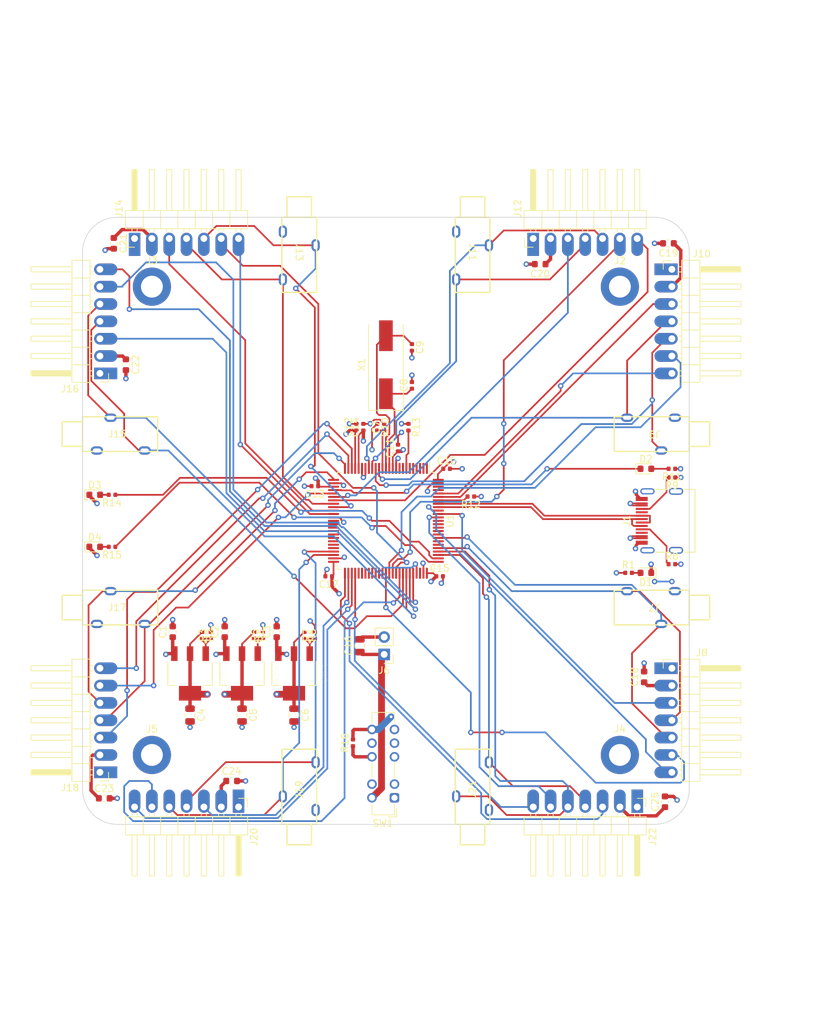
<source format=kicad_pcb>
(kicad_pcb (version 20211014) (generator pcbnew)
  (layers (0 "F.Cu" signal) (1 "In1.Cu" signal "Pwr.Cu") (2 "In2.Cu" power "Gnd.Cu") (31 "B.Cu" signal) (34 "B.Paste" user) (35 "F.Paste" user) (36 "B.SilkS" user "B.Silkscreen") (37 "F.SilkS" user "F.Silkscreen") (38 "B.Mask" user) (39 "F.Mask" user) (44 "Edge.Cuts" user))
  (net 0 "")
  (net 1 "+5V")
  (net 2 "GND")
  (net 3 "+3.3V")
  (net 4 "+2V5")
  (net 5 "+1V8")
  (net 6 "/RESET")
  (net 7 "/XI")
  (net 8 "/XO")
  (net 9 "Vdrive")
  (net 10 "Net-(D1-Pad2)")
  (net 11 "Net-(C16-Pad1)")
  (net 12 "Net-(D2-Pad2)")
  (net 13 "Net-(D3-Pad2)")
  (net 14 "Net-(D4-Pad2)")
  (net 15 "Net-(J1-PadA5)")
  (net 16 "/USB_P")
  (net 17 "/USB_N")
  (net 19 "Net-(J1-PadB5)")
  (net 21 "/Serial Connector 4/RXD")
  (net 22 "/Serial Connector 4/TXD")
  (net 23 "/Serial Connector 4/CTS")
  (net 24 "/Serial Connector 4/DTR")
  (net 25 "/Serial Connector 4/RTS")
  (net 26 "/Serial Connector 5/RXD")
  (net 27 "/Serial Connector 5/TXD")
  (net 28 "/Serial Connector 5/CTS")
  (net 29 "/Serial Connector 5/DTR")
  (net 30 "/Serial Connector 5/RTS")
  (net 31 "/Serial Connector 6/RXD")
  (net 32 "/Serial Connector 6/TXD")
  (net 33 "/Serial Connector 6/CTS")
  (net 34 "/Serial Connector 6/DTR")
  (net 35 "/Serial Connector 6/RTS")
  (net 36 "/Serial Connector 7/RXD")
  (net 37 "/Serial Connector 7/TXD")
  (net 38 "/Serial Connector 7/CTS")
  (net 39 "/Serial Connector 7/DTR")
  (net 40 "/Serial Connector 7/RTS")
  (net 41 "/Serial Connector 0/RXD")
  (net 42 "/Serial Connector 0/TXD")
  (net 43 "/Serial Connector 0/CTS")
  (net 44 "/Serial Connector 0/DTR")
  (net 45 "/Serial Connector 0/RTS")
  (net 46 "/Serial Connector 1/RXD")
  (net 47 "/Serial Connector 1/TXD")
  (net 48 "/Serial Connector 1/CTS")
  (net 49 "/Serial Connector 1/DTR")
  (net 50 "/Serial Connector 1/RTS")
  (net 51 "/Serial Connector 2/RXD")
  (net 52 "/Serial Connector 2/TXD")
  (net 53 "/Serial Connector 2/CTS")
  (net 54 "/Serial Connector 2/DTR")
  (net 55 "/Serial Connector 2/RTS")
  (net 56 "/Serial Connector 3/RXD")
  (net 57 "/Serial Connector 3/TXD")
  (net 58 "/Serial Connector 3/CTS")
  (net 59 "/Serial Connector 3/DTR")
  (net 60 "/Serial Connector 3/RTS")
  (net 61 "Net-(R2-Pad2)")
  (net 62 "Net-(R4-Pad2)")
  (net 63 "Net-(R6-Pad2)")
  (net 64 "/ACT")
  (net 65 "/TEST")
  (net 110 "/CFG")
  (net 111 "/RX_S")
  (net 112 "/TX_S")
  (footprint "tom-passives:C_0603_1608Metric" (layer "F.Cu") (at 150.876 106.68 90)
    (fp_text reference "C18")
    (fp_text value "10uF,10V,X5R ")
  )
  (footprint "tom-semiconductors:VREG_LM1117MPX-3.3" (layer "F.Cu") (at 84.328 106.172 -90)
    (fp_text reference "VR1")
    (fp_text value "LM1117S-ADJ")
  )
  (footprint "tom-connectors:PinHeader_1x07_P2.54mm_Horizontal_Teardrop" (layer "F.Cu") (at 134.615 42.475 90)
    (fp_text reference "J12")
    (fp_text value "Conn_01x07")
  )
  (footprint "tom-passives:C_0402_1005Metric" (layer "F.Cu") (at 116.84 58.42 -90)
    (fp_text reference "C9")
    (fp_text value "10pF,50V,C0G ")
  )
  (footprint "tom-connectors:PinHeader_1x02_P2.54mm_Vertical" (layer "F.Cu") (at 112.776 103.383 180)
    (fp_text reference "J6")
    (fp_text value "VEXT")
  )
  (footprint "tom-connectors:PinHeader_1x07_P2.54mm_Horizontal_Teardrop" (layer "F.Cu") (at 71.12 62.23 180)
    (fp_text reference "J16")
    (fp_text value "Conn_01x07")
  )
  (footprint "tom-opto:LED_0603_1608Metric" (layer "F.Cu") (at 70.358 87.63)
    (fp_text reference "D4")
    (fp_text value "GREEN")
  )
  (footprint "tom-connectors:JLCPCB_3.5MM_SOCKET_C18166" (layer "F.Cu") (at 68.58 71.12)
    (fp_text reference "J15")
    (fp_text value "JLCPCB_3.5MM_SOCKET_C18166")
  )
  (footprint "tom-passives:C_0603_1608Metric" (layer "F.Cu") (at 153.924 124.968 90)
    (fp_text reference "C25")
    (fp_text value "10uF,10V,X5R ")
  )
  (footprint "tom-passives:C_0402_1005Metric" (layer "F.Cu") (at 112.776 70.104 90)
    (fp_text reference "C7")
    (fp_text value "100nF,16V,X7R ")
  )
  (footprint "tom-passives:R_0402_1005Metric" (layer "F.Cu") (at 125.476 80.264 180)
    (fp_text reference "R12")
    (fp_text value "4.7k")
  )
  (footprint "tom-passives:C_0603_1608Metric" (layer "F.Cu") (at 81.788 100.076 90)
    (fp_text reference "C1")
    (fp_text value "10uF,25V,X5R ")
  )
  (footprint "tom-connectors:PinHeader_1x07_P2.54mm_Horizontal_Teardrop" (layer "F.Cu") (at 154.94 105.41)
    (fp_text reference "J8")
    (fp_text value "Conn_01x07")
  )
  (footprint "tom-passives:R_0402_1005Metric" (layer "F.Cu") (at 87.376 100.584 90)
    (fp_text reference "R3")
    (fp_text value "39k")
  )
  (footprint "tom-passives:R_0402_1005Metric" (layer "F.Cu") (at 94.996 100.584 90)
    (fp_text reference "R5")
    (fp_text value "10k")
  )
  (footprint "tom-passives:R_0402_1005Metric" (layer "F.Cu") (at 102.616 100.584 90)
    (fp_text reference "R7")
    (fp_text value "8.2k")
  )
  (footprint "tom-passives:R_0402_1005Metric" (layer "F.Cu") (at 116.332 70.104 -90)
    (fp_text reference "R13")
    (fp_text value "4.7k")
  )
  (footprint "tom-passives:C_0402_1005Metric" (layer "F.Cu") (at 102.616 78.74 180)
    (fp_text reference "C13")
    (fp_text value "100nF,16V,X7R ")
  )
  (footprint "tom-mechanical:MountingHole_3.2mm_M3_DIN965_Pad" (layer "F.Cu") (at 147.32 49.53)
    (fp_text reference "J2")
    (fp_text value "Conn_01x01")
  )
  (footprint "tom-passives:C_0603_1608Metric" (layer "F.Cu") (at 73.152 43.18 -90)
    (fp_text reference "C21")
    (fp_text value "10uF,10V,X5R ")
  )
  (footprint "tom-passives:R_0402_1005Metric" (layer "F.Cu") (at 111.76 70.104 -90)
    (fp_text reference "R10")
    (fp_text value "4.7k")
  )
  (footprint "tom-passives:C_0402_1005Metric" (layer "F.Cu") (at 104.648 91.948 180)
    (fp_text reference "C17")
    (fp_text value "100nF,16V,X7R ")
  )
  (footprint "tom-connectors:PinHeader_1x07_P2.54mm_Horizontal_Teardrop" (layer "F.Cu") (at 154.94 46.99)
    (fp_text reference "J10")
    (fp_text value "Conn_01x07")
  )
  (footprint "tom-passives:C_0402_1005Metric" (layer "F.Cu") (at 121.92 76.2)
    (fp_text reference "C10")
    (fp_text value "100nF,16V,X7R ")
  )
  (footprint "tom-connectors:JLCPCB_3.5MM_SOCKET_C18166" (layer "F.Cu") (at 157.48 71.12 180)
    (fp_text reference "J9")
    (fp_text value "JLCPCB_3.5MM_SOCKET_C18166")
  )
  (footprint "tom-connectors:JLCPCB_3.5MM_SOCKET_C18166" (layer "F.Cu") (at 125.73 128.27 90)
    (fp_text reference "J21")
    (fp_text value "JLCPCB_3.5MM_SOCKET_C18166")
  )
  (footprint "tom-passives:R_0402_1005Metric" (layer "F.Cu") (at 93.726 100.584 -90)
    (fp_text reference "R4")
    (fp_text value "10k")
  )
  (footprint "tom-passives:R_0402_1005Metric" (layer "F.Cu") (at 154.94 76.2 180)
    (fp_text reference "R11")
    (fp_text value "1k")
  )
  (footprint "tom-mechanical:MountingHole_3.2mm_M3_DIN965_Pad" (layer "F.Cu") (at 78.74 49.53)
    (fp_text reference "J3")
    (fp_text value "Conn_01x01")
  )
  (footprint "tom-passives:C_0603_1608Metric" (layer "F.Cu") (at 90.424 121.92)
    (fp_text reference "C24")
    (fp_text value "10uF,10V,X5R ")
  )
  (footprint "tom-connectors:PinHeader_1x07_P2.54mm_Horizontal_Teardrop" (layer "F.Cu") (at 71.12 120.65 180)
    (fp_text reference "J18")
    (fp_text value "Conn_01x07")
  )
  (footprint "tom-passives:C_0402_1005Metric" (layer "F.Cu") (at 116.84 63.985 90)
    (fp_text reference "C8")
    (fp_text value "10pF,50V,C0G ")
  )
  (footprint "tom-passives:C_0805_2012Metric" (layer "F.Cu") (at 91.948 112.268 -90)
    (fp_text reference "C5")
    (fp_text value "47uF,6.3V,X5R ")
  )
  (footprint "tom-opto:LED_0603_1608Metric" (layer "F.Cu") (at 70.358 80.01)
    (fp_text reference "D3")
    (fp_text value "YELLOW")
  )
  (footprint "tom-passives:C_0805_2012Metric" (layer "F.Cu") (at 99.568 112.268 -90)
    (fp_text reference "C6")
    (fp_text value "47uF,6.3V,X5R ")
  )
  (footprint "tom-opto:LED_0603_1608Metric" (layer "F.Cu") (at 151.13 91.44 180)
    (fp_text reference "D1")
    (fp_text value "WHITE")
  )
  (footprint "tom-passives:C_0402_1005Metric" (layer "F.Cu") (at 114.808 73.152 90)
    (fp_text reference "C11")
    (fp_text value "100nF,16V,X7R ")
  )
  (footprint "tom-passives:R_0402_1005Metric" (layer "F.Cu") (at 154.94 90.17)
    (fp_text reference "R8")
    (fp_text value "5.1k")
  )
  (footprint "tom-passives:C_0603_1608Metric" (layer "F.Cu") (at 89.408 100.076 90)
    (fp_text reference "C2")
    (fp_text value "10uF,25V,X5R ")
  )
  (footprint "tom-opto:LED_0603_1608Metric" (layer "F.Cu") (at 151.13 76.2)
    (fp_text reference "D2")
    (fp_text value "BLUE")
  )
  (footprint "tom-passives:R_0402_1005Metric" (layer "F.Cu") (at 72.898 80.01 180)
    (fp_text reference "R14")
    (fp_text value "1k")
  )
  (footprint "tom-passives:R_0402_1005Metric" (layer "F.Cu") (at 72.898 87.63 180)
    (fp_text reference "R15")
    (fp_text value "1k")
  )
  (footprint "tom-connectors:JLCPCB_3.5MM_SOCKET_C18166" (layer "F.Cu") (at 125.73 39.37 -90)
    (fp_text reference "J11")
    (fp_text value "JLCPCB_3.5MM_SOCKET_C18166")
  )
  (footprint "tom-passives:C_0805_2012Metric" (layer "F.Cu") (at 109.22 102.108 90)
    (fp_text reference "C16")
    (fp_text value "47uF,6.3V,X5R ")
  )
  (footprint "tom-passives:Crystal_SMD_HC49-SD" (layer "F.Cu") (at 113.03 60.96 90)
    (fp_text reference "X1")
    (fp_text value "8MHz")
  )
  (footprint "tom-passives:R_0402_1005Metric" (layer "F.Cu") (at 154.94 77.47 180)
    (fp_text reference "R9")
    (fp_text value "5.1k")
  )
  (footprint "tom-passives:C_0603_1608Metric" (layer "F.Cu") (at 74.93 60.96 -90)
    (fp_text reference "C22")
    (fp_text value "10uF,10V,X5R ")
  )
  (footprint "tom-connectors:PinHeader_1x07_P2.54mm_Horizontal_Teardrop" (layer "F.Cu") (at 76.195 42.475 90)
    (fp_text reference "J14")
    (fp_text value "Conn_01x07")
  )
  (footprint "tom-passives:C_0805_2012Metric" (layer "F.Cu") (at 84.328 112.268 -90)
    (fp_text reference "C4")
    (fp_text value "47uF,6.3V,X5R ")
  )
  (footprint "tom-passives:C_0603_1608Metric" (layer "F.Cu") (at 154.432 43.18 180)
    (fp_text reference "C19")
    (fp_text value "10uF,10V,X5R ")
  )
  (footprint "tom-mechanical:SW_ALPS_SSSS224100_DP4T" (layer "F.Cu") (at 114.2875 124.38 90)
    (fp_text reference "SW1")
    (fp_text value "SW_DP4T")
  )
  (footprint "tom-connectors:JLCPCB_3.5MM_SOCKET_C18166" (layer "F.Cu") (at 100.33 128.27 90)
    (fp_text reference "J19")
    (fp_text value "JLCPCB_3.5MM_SOCKET_C18166")
  )
  (footprint "tom-connectors:PinHeader_1x07_P2.54mm_Horizontal_Teardrop" (layer "F.Cu") (at 149.86 125.73 -90)
    (fp_text reference "J22")
    (fp_text value "Conn_01x07")
  )
  (footprint "tom-passives:R_0402_1005Metric" (layer "F.Cu") (at 148.59 91.44)
    (fp_text reference "R1")
    (fp_text value "1k")
  )
  (footprint "tom-connectors:USB_C_Receptacle_LCSC_C165948" (layer "F.Cu") (at 153.67 83.82 90)
    (fp_text reference "J1")
    (fp_text value "USB_C_Receptacle_USB2.0")
  )
  (footprint "tom-semiconductors:LQFP-100_14x14mm_P0.5mm" (layer "F.Cu") (at 113.03 83.82 -90)
    (fp_text reference "U1")
    (fp_text value "CH348L")
  )
  (footprint "tom-mechanical:MountingHole_3.2mm_M3_DIN965_Pad" (layer "F.Cu") (at 147.32 118.11)
    (fp_text reference "J4")
    (fp_text value "Conn_01x01")
  )
  (footprint "tom-passives:C_0402_1005Metric" (layer "F.Cu") (at 120.904 91.948)
    (fp_text reference "C15")
    (fp_text value "100nF,16V,X7R ")
  )
  (footprint "tom-passives:C_0603_1608Metric" (layer "F.Cu") (at 71.755 124.46)
    (fp_text reference "C23")
    (fp_text value "10uF,10V,X5R ")
  )
  (footprint "tom-passives:C_0402_1005Metric" (layer "F.Cu") (at 109.728 70.104 90)
    (fp_text reference "C14")
    (fp_text value "100nF,16V,X7R ")
  )
  (footprint "tom-passives:C_0402_1005Metric" (layer "F.Cu") (at 108.712 70.104 90)
    (fp_text reference "C12")
    (fp_text value "100nF,16V,X7R ")
  )
  (footprint "tom-passives:R_0402_1005Metric" (layer "F.Cu") (at 86.106 100.584 -90)
    (fp_text reference "R2")
    (fp_text value "24k")
  )
  (footprint "tom-passives:C_0603_1608Metric" (layer "F.Cu") (at 97.028 100.076 90)
    (fp_text reference "C3")
    (fp_text value "10uF,25V,X5R ")
  )
  (footprint "tom-passives:R_0402_1005Metric" (layer "F.Cu") (at 108.204 116.332 90)
    (fp_text reference "R16")
    (fp_text value "0")
  )
  (footprint "tom-passives:C_0603_1608Metric" (layer "F.Cu") (at 135.636 46.228 180)
    (fp_text reference "C20")
    (fp_text value "10uF,10V,X5R ")
  )
  (footprint "tom-mechanical:MountingHole_3.2mm_M3_DIN965_Pad" (layer "F.Cu") (at 78.74 118.11)
    (fp_text reference "J5")
    (fp_text value "Conn_01x01")
  )
  (footprint "tom-semiconductors:VREG_LM1117MPX-3.3" (layer "F.Cu") (at 99.568 106.172 -90)
    (fp_text reference "VR3")
    (fp_text value "LM1117S-ADJ")
  )
  (footprint "tom-connectors:PinHeader_1x07_P2.54mm_Horizontal_Teardrop" (layer "F.Cu") (at 91.44 125.73 -90)
    (fp_text reference "J20")
    (fp_text value "Conn_01x07")
  )
  (footprint "tom-passives:R_0402_1005Metric" (layer "F.Cu") (at 101.092 100.584 -90)
    (fp_text reference "R6")
    (fp_text value "18k")
  )
  (footprint "tom-connectors:JLCPCB_3.5MM_SOCKET_C18166" (layer "F.Cu") (at 68.58 96.52)
    (fp_text reference "J17")
    (fp_text value "JLCPCB_3.5MM_SOCKET_C18166")
  )
  (footprint "tom-semiconductors:VREG_LM1117MPX-3.3" (layer "F.Cu") (at 91.948 106.172 -90)
    (fp_text reference "VR2")
    (fp_text value "LM1117S-ADJ")
  )
  (footprint "tom-connectors:JLCPCB_3.5MM_SOCKET_C18166" (layer "F.Cu") (at 100.33 39.37 -90)
    (fp_text reference "J13")
    (fp_text value "JLCPCB_3.5MM_SOCKET_C18166")
  )
  (footprint "tom-connectors:JLCPCB_3.5MM_SOCKET_C18166" (layer "F.Cu") (at 157.48 96.52 180)
    (fp_text reference "J7")
    (fp_text value "JLCPCB_3.5MM_SOCKET_C18166")
  )
  (gr_line (start 73.66 128.27) (end 152.4 128.27) (layer "Edge.Cuts") (width 0.1))
  (gr_arc (start 152.4 39.37) (mid 155.992102 40.857898) (end 157.48 44.45) (layer "Edge.Cuts") (width 0.1))
  (gr_arc (start 68.58 44.45) (mid 70.067898 40.857898) (end 73.66 39.37) (layer "Edge.Cuts") (width 0.1))
  (gr_line (start 152.4 39.37) (end 73.66 39.37) (layer "Edge.Cuts") (width 0.1))
  (gr_arc (start 157.48 123.19) (mid 155.992102 126.782102) (end 152.4 128.27) (layer "Edge.Cuts") (width 0.1))
  (gr_line (start 68.58 44.45) (end 68.58 123.19) (layer "Edge.Cuts") (width 0.1))
  (gr_arc (start 73.66 128.27) (mid 70.067898 126.782102) (end 68.58 123.19) (layer "Edge.Cuts") (width 0.1))
  (gr_line (start 157.48 123.19) (end 157.48 44.45) (layer "Edge.Cuts") (width 0.1))
  (segment (start 81.788 103.032) (end 82.028 103.272) (width 0.5) (layer "F.Cu") (net 1))
  (segment (start 89.408 103.032) (end 89.648 103.272) (width 0.5) (layer "F.Cu") (net 1))
  (segment (start 148.854 81.27) (end 148.844 81.28) (width 0.25) (layer "F.Cu") (net 1))
  (segment (start 150.52 81.57) (end 149.134 81.57) (width 0.25) (layer "F.Cu") (net 1))
  (segment (start 82.028 103.272) (end 80.878 103.272) (width 0.5) (layer "F.Cu") (net 1))
  (segment (start 97.028 100.8635) (end 97.028 103.032) (width 0.5) (layer "F.Cu") (net 1))
  (segment (start 149.134 81.57) (end 148.844 81.28) (width 0.25) (layer "F.Cu") (net 1))
  (segment (start 97.028 103.032) (end 97.268 103.272) (width 0.5) (layer "F.Cu") (net 1))
  (segment (start 149.134 86.07) (end 148.844 86.36) (width 0.25) (layer "F.Cu") (net 1))
  (segment (start 148.854 86.37) (end 148.844 86.36) (width 0.25) (layer "F.Cu") (net 1))
  (segment (start 81.788 100.8635) (end 81.788 103.032) (width 0.5) (layer "F.Cu") (net 1))
  (segment (start 80.878 103.272) (end 80.772 103.378) (width 0.5) (layer "F.Cu") (net 1))
  (segment (start 88.244 103.272) (end 88.138 103.378) (width 0.5) (layer "F.Cu") (net 1))
  (segment (start 150.52 81.27) (end 148.854 81.27) (width 0.25) (layer "F.Cu") (net 1))
  (segment (start 150.52 86.37) (end 148.854 86.37) (width 0.25) (layer "F.Cu") (net 1))
  (segment (start 98.387498 103.272) (end 98.493498 103.378) (width 0.5) (layer "F.Cu") (net 1))
  (segment (start 89.648 103.272) (end 88.244 103.272) (width 0.5) (layer "F.Cu") (net 1))
  (segment (start 97.268 103.272) (end 98.387498 103.272) (width 0.5) (layer "F.Cu") (net 1))
  (segment (start 150.52 86.07) (end 149.134 86.07) (width 0.25) (layer "F.Cu") (net 1))
  (segment (start 89.408 100.8635) (end 89.408 103.032) (width 0.5) (layer "F.Cu") (net 1))
  (via (at 148.844 86.36) (size 0.8) (drill 0.4) (layers "F.Cu" "B.Cu") (net 1))
  (via (at 88.138 103.378) (size 0.8) (drill 0.4) (layers "F.Cu" "B.Cu") (net 1))
  (via (at 148.844 81.28) (size 0.8) (drill 0.4) (layers "F.Cu" "B.Cu") (net 1))
  (via (at 98.493498 103.378) (size 0.8) (drill 0.4) (layers "F.Cu" "B.Cu") (net 1))
  (via (at 80.772 103.378) (size 0.8) (drill 0.4) (layers "F.Cu" "B.Cu") (net 1))
  (segment (start 151.9175 90.1955) (end 151.892 90.17) (width 0.5) (layer "F.Cu") (net 2))
  (segment (start 102.616 99.166933) (end 101.934 98.484933) (width 0.25) (layer "F.Cu") (net 2))
  (segment (start 121.389 92.733) (end 121.158 92.964) (width 0.25) (layer "F.Cu") (net 2))
  (segment (start 91.948 113.2055) (end 91.948 114.046) (width 0.5) (layer "F.Cu") (net 2))
  (segment (start 150.114 86.868) (end 149.606 87.376) (width 0.25) (layer "F.Cu") (net 2))
  (segment (start 149.606 79.502) (end 149.86 79.756) (width 0.25) (layer "F.Cu") (net 2))
  (segment (start 97.028 99.2885) (end 97.028 98.298) (width 0.5) (layer "F.Cu") (net 2))
  (segment (start 114.808 72.667) (end 114.808 71.374) (width 0.25) (layer "F.Cu") (net 2))
  (segment (start 94.996 100.099) (end 94.996 99.06) (width 0.25) (layer "F.Cu") (net 2))
  (segment (start 81.788 99.2885) (end 81.788 98.298) (width 0.5) (layer "F.Cu") (net 2))
  (segment (start 106.405 83.504315) (end 106.48 83.579315) (width 0.25) (layer "F.Cu") (net 2))
  (segment (start 118.53 91.495) (end 118.53 90.090599) (width 0.25) (layer "F.Cu") (net 2))
  (segment (start 149.86 80.01) (end 150.32 80.47) (width 0.25) (layer "F.Cu") (net 2))
  (segment (start 105.355 78.32) (end 106.505401 78.32) (width 0.25) (layer "F.Cu") (net 2))
  (segment (start 106.48 83.662833) (end 106.853667 84.0365) (width 0.25) (layer "F.Cu") (net 2))
  (segment (start 109.5475 100.843) (end 109.22 101.1705) (width 0.5) (layer "F.Cu") (net 2))
  (segment (start 106.505401 78.32) (end 106.82238 78.636979) (width 0.25) (layer "F.Cu") (net 2))
  (segment (start 69.5705 80.155) (end 70.6955 81.28) (width 0.5) (layer "F.Cu") (net 2))
  (segment (start 149.606 80.01) (end 149.606 79.502) (width 0.25) (layer "F.Cu") (net 2))
  (segment (start 122.405 76.2) (end 124.206 76.2) (width 0.25) (layer "F.Cu") (net 2))
  (segment (start 121.389 91.948) (end 121.389 92.733) (width 0.25) (layer "F.Cu") (net 2))
  (segment (start 149.606 87.376) (end 149.606 87.884) (width 0.25) (layer "F.Cu") (net 2))
  (segment (start 109.53 77.272) (end 109.728 77.47) (width 0.25) (layer "F.Cu") (net 2))
  (segment (start 153.6445 43.18) (end 152.4 43.18) (width 0.5) (layer "F.Cu") (net 2))
  (segment (start 155.425 90.17) (end 156.243201 90.17) (width 0.25) (layer "F.Cu") (net 2))
  (segment (start 72.5425 124.46) (end 73.66 124.46) (width 0.5) (layer "F.Cu") (net 2))
  (segment (start 151.9175 91.44) (end 151.9175 90.1955) (width 0.5) (layer "F.Cu") (net 2))
  (segment (start 119.839315 78.32) (end 119.126 79.033315) (width 0.25) (layer "F.Cu") (net 2))
  (segment (start 155.1685 124.1805) (end 155.702 124.714) (width 0.5) (layer "F.Cu") (net 2))
  (segment (start 106.48 83.579315) (end 106.48 83.662833) (width 0.25) (layer "F.Cu") (net 2))
  (segment (start 116.84 58.905) (end 116.84 59.944) (width 0.25) (layer "F.Cu") (net 2))
  (segment (start 115.062 71.12) (end 115.316 70.866) (width 0.25) (layer "F.Cu") (net 2))
  (segment (start 102.131 78.74) (end 101.092 78.74) (width 0.25) (layer "F.Cu") (net 2))
  (segment (start 111.337186 68.999) (end 110.742093 69.594093) (width 0.25) (layer "F.Cu") (net 2))
  (segment (start 109.728 69.619) (end 110.717186 69.619) (width 0.25) (layer "F.Cu") (net 2))
  (segment (start 74.93 61.7475) (end 74.93 62.992) (width 0.5) (layer "F.Cu") (net 2))
  (segment (start 104.163 91.163) (end 104.394 90.932) (width 0.25) (layer "F.Cu") (net 2))
  (segment (start 105.355 83.32) (end 106.137167 83.32) (width 0.25) (layer "F.Cu") (net 2))
  (segment (start 112.156 68.999) (end 111.337186 68.999) (width 0.25) (layer "F.Cu") (net 2))
  (segment (start 107.719 69.619) (end 107.696 69.596) (width 0.25) (layer "F.Cu") (net 2))
  (segment (start 106.405 83.42) (end 106.405 83.504315) (width 0.25) (layer "F.Cu") (net 2))
  (segment (start 69.5705 87.775) (end 70.6955 88.9) (width 0.5) (layer "F.Cu") (net 2))
  (segment (start 87.376 100.099) (end 87.376 99.06) (width 0.25) (layer "F.Cu") (net 2))
  (segment (start 150.066 87.17) (end 149.606 87.63) (width 0.25) (layer "F.Cu") (net 2))
  (segment (start 110.03 76.145) (end 110.03 77.168) (width 0.25) (layer "F.Cu") (net 2))
  (segment (start 106.245685 83.345) (end 106.320685 83.42) (width 0.25) (layer "F.Cu") (net 2))
  (segment (start 119.126 79.033315) (end 119.126 79.502) (width 0.25) (layer "F.Cu") (net 2))
  (segment (start 99.568 113.2055) (end 99.568 114.046) (width 0.5) (layer "F.Cu") (net 2))
  (segment (start 89.408 99.2885) (end 89.408 98.298) (width 0.5) (layer "F.Cu") (net 2))
  (segment (start 125.961 80.264) (end 127 80.264) (width 0.25) (layer "F.Cu") (net 2))
  (segment (start 106.137167 83.32) (end 106.162167 83.345) (width 0.25) (layer "F.Cu") (net 2))
  (segment (start 110.717186 69.619) (end 110.742093 69.594093) (width 0.25) (layer "F.Cu") (net 2))
  (segment (start 115.339 69.619) (end 115.316 69.596) (width 0.25) (layer "F.Cu") (net 2))
  (segment (start 106.768 89.32) (end 106.934 89.154) (width 0.25) (layer "F.Cu") (net 2))
  (segment (start 150.876 105.8925) (end 150.876 104.648) (width 0.5) (layer "F.Cu") (net 2))
  (segment (start 114.808 71.374) (end 115.062 71.12) (width 0.25) (layer "F.Cu") (net 2))
  (segment (start 112.776 69.619) (end 112.156 68.999) (width 0.25) (layer "F.Cu") (net 2))
  (segment (start 108.712 69.619) (end 107.719 69.619) (width 0.25) (layer "F.Cu") (net 2))
  (segment (start 112.776 100.843) (end 109.5475 100.843) (width 0.5) (layer "F.Cu") (net 2))
  (segment (start 120.705 78.32) (end 119.839315 78.32) (width 0.25) (layer "F.Cu") (net 2))
  (segment (start 106.320685 83.42) (end 106.405 83.42) (width 0.25) (layer "F.Cu") (net 2))
  (segment (start 73.152 43.9675) (end 72.1105 43.9675) (width 0.5) (layer "F.Cu") (net 2))
  (segment (start 102.616 100.099) (end 102.616 99.166933) (width 0.25) (layer "F.Cu") (net 2))
  (segment (start 114.53 74.954) (end 114.808 74.676) (width 0.25) (layer "F.Cu") (net 2))
  (segment (start 116.332 69.619) (end 115.339 69.619) (width 0.25) (layer "F.Cu") (net 2))
  (segment (start 114.53 76.145) (end 114.53 74.954) (width 0.25) (layer "F.Cu") (net 2))
  (segment (start 105.355 89.32) (end 106.768 89.32) (width 0.25) (layer "F.Cu") (net 2))
  (segment (start 149.606 87.63) (end 149.606 87.884) (width 0.25) (layer "F.Cu") (net 2))
  (segment (start 156.243201 90.17) (end 156.2475 90.165701) (width 0.25) (layer "F.Cu") (net 2))
  (segment (start 155.425 77.47) (end 156.2475 77.47) (width 0.25) (layer "F.Cu") (net 2))
  (segment (start 91.2115 121.92) (end 92.456 121.92) (width 0.5) (layer "F.Cu") (net 2))
  (segment (start 134.8485 46.228) (end 133.604 46.228) (width 0.5) (layer "F.Cu") (net 2))
  (segment (start 149.86 79.756) (end 149.86 80.01) (width 0.25) (layer "F.Cu") (net 2))
  (segment (start 110.03 77.168) (end 109.728 77.47) (width 0.25) (layer "F.Cu") (net 2))
  (segment (start 116.84 63.5) (end 116.84 62.484) (width 0.25) (layer "F.Cu") (net 2))
  (segment (start 72.1105 43.9675) (end 71.882 44.196) (width 0.5) (layer "F.Cu") (net 2))
  (segment (start 118.53 90.090599) (end 118.467047 90.027646) (width 0.25) (layer "F.Cu") (net 2))
  (segment (start 84.328 113.2055) (end 84.328 114.046) (width 0.5) (layer "F.Cu") (net 2))
  (segment (start 150.366 80.77) (end 149.606 80.01) (width 0.25) (layer "F.Cu") (net 2))
  (segment (start 153.924 124.1805) (end 155.1685 124.1805) (width 0.5) (layer "F.Cu") (net 2))
  (segment (start 106.162167 83.345) (end 106.245685 83.345) (width 0.25) (layer "F.Cu") (net 2))
  (segment (start 109.53 76.145) (end 109.53 77.272) (width 0.25) (layer "F.Cu") (net 2))
  (segment (start 104.163 91.948) (end 104.163 91.163) (width 0.25) (layer "F.Cu") (net 2))
  (via (at 91.948 114.046) (size 0.8) (drill 0.4) (layers "F.Cu" "B.Cu") (net 2))
  (via (at 115.316 70.866) (size 0.8) (drill 0.4) (layers "F.Cu" "B.Cu") (net 2))
  (via (at 87.376 99.06) (size 0.8) (drill 0.4) (layers "F.Cu" "B.Cu") (net 2))
  (via (at 124.206 76.2) (size 0.8) (drill 0.4) (layers "F.Cu" "B.Cu") (net 2))
  (via (at 156.2475 90.165701) (size 0.8) (drill 0.4) (layers "F.Cu" "B.Cu") (net 2))
  (via (at 73.66 124.46) (size 0.8) (drill 0.4) (layers "F.Cu" "B.Cu") (net 2))
  (via (at 150.876 104.648) (size 0.8) (drill 0.4) (layers "F.Cu" "B.Cu") (net 2))
  (via (at 104.394 90.932) (size 0.8) (drill 0.4) (layers "F.Cu" "B.Cu") (net 2))
  (via (at 116.84 59.944) (size 0.8) (drill 0.4) (layers "F.Cu" "B.Cu") (net 2))
  (via (at 106.82238 78.636979) (size 0.8) (drill 0.4) (layers "F.Cu" "B.Cu") (net 2))
  (via (at 70.6955 81.28) (size 0.8) (drill 0.4) (layers "F.Cu" "B.Cu") (net 2))
  (via (at 101.092 78.74) (size 0.8) (drill 0.4) (layers "F.Cu" "B.Cu") (net 2))
  (via (at 89.408 98.298) (size 0.8) (drill 0.4) (layers "F.Cu" "B.Cu") (net 2))
  (via (at 121.158 92.964) (size 0.8) (drill 0.4) (layers "F.Cu" "B.Cu") (net 2))
  (via (at 156.2475 77.47) (size 0.8) (drill 0.4) (layers "F.Cu" "B.Cu") (net 2))
  (via (at 110.742093 69.594093) (size 0.8) (drill 0.4) (layers "F.Cu" "B.Cu") (net 2))
  (via (at 97.028 98.298) (size 0.8) (drill 0.4) (layers "F.Cu" "B.Cu") (net 2))
  (via (at 99.568 114.046) (size 0.8) (drill 0.4) (layers "F.Cu" "B.Cu") (net 2))
  (via (at 81.788 98.298) (size 0.8) (drill 0.4) (layers "F.Cu" "B.Cu") (net 2))
  (via (at 116.84 62.484) (size 0.8) (drill 0.4) (layers "F.Cu" "B.Cu") (net 2))
  (via (at 71.882 44.196) (size 0.8) (drill 0.4) (layers "F.Cu" "B.Cu") (net 2))
  (via (at 149.606 79.502) (size 0.8) (drill 0.4) (layers "F.Cu" "B.Cu") (net 2))
  (via (at 107.696 69.596) (size 0.8) (drill 0.4) (layers "F.Cu" "B.Cu") (net 2))
  (via (at 152.4 43.18) (size 0.8) (drill 0.4) (layers "F.Cu" "B.Cu") (net 2))
  (via (at 127 80.264) (size 0.8) (drill 0.4) (layers "F.Cu" "B.Cu") (net 2))
  (via (at 119.126 79.502) (size 0.8) (drill 0.4) (layers "F.Cu" "B.Cu") (net 2))
  (via (at 114.808 74.676) (size 0.8) (drill 0.4) (layers "F.Cu" "B.Cu") (net 2))
  (via (at 115.316 69.596) (size 0.8) (drill 0.4) (layers "F.Cu" "B.Cu") (net 2))
  (via (at 155.702 124.714) (size 0.8) (drill 0.4) (layers "F.Cu" "B.Cu") (net 2))
  (via (at 133.604 46.228) (size 0.8) (drill 0.4) (layers "F.Cu" "B.Cu") (net 2))
  (via (at 106.853667 84.0365) (size 0.8) (drill 0.4) (layers "F.Cu" "B.Cu") (net 2))
  (via (at 118.467047 90.027646) (size 0.8) (drill 0.4) (layers "F.Cu" "B.Cu") (net 2))
  (via (at 101.934 98.484933) (size 0.8) (drill 0.4) (layers "F.Cu" "B.Cu") (net 2))
  (via (at 70.6955 88.9) (size 0.8) (drill 0.4) (layers "F.Cu" "B.Cu") (net 2))
  (via (at 109.728 77.47) (size 0.8) (drill 0.4) (layers "F.Cu" "B.Cu") (net 2))
  (via (at 92.456 121.92) (size 0.8) (drill 0.4) (layers "F.Cu" "B.Cu") (net 2))
  (via (at 151.892 90.17) (size 0.8) (drill 0.4) (layers "F.Cu" "B.Cu") (net 2))
  (via (at 106.934 89.154) (size 0.8) (drill 0.4) (layers "F.Cu" "B.Cu") (net 2))
  (via (at 74.93 62.992) (size 0.8) (drill 0.4) (layers "F.Cu" "B.Cu") (net 2))
  (via (at 84.328 114.046) (size 0.8) (drill 0.4) (layers "F.Cu" "B.Cu") (net 2))
  (via (at 94.996 99.06) (size 0.8) (drill 0.4) (layers "F.Cu" "B.Cu") (net 2))
  (via (at 149.606 87.884) (size 0.8) (drill 0.4) (layers "F.Cu" "B.Cu") (net 2))
  (segment (start 86.087784 100.099) (end 84.328 101.858784) (width 0.25) (layer "F.Cu") (net 3))
  (segment (start 84.328 109.072) (end 84.328 103.272) (width 0.5) (layer "F.Cu") (net 3))
  (segment (start 103.101 77.963599) (end 102.719021 77.58162) (width 0.5) (layer "F.Cu") (net 3))
  (segment (start 148.105 91.44) (end 146.812 91.44) (width 0.25) (layer "F.Cu") (net 3))
  (segment (start 155.425 76.2) (end 156.21 76.2) (width 0.25) (layer "F.Cu") (net 3))
  (segment (start 119.03 91.495) (end 119.966 91.495) (width 0.25) (layer "F.Cu") (net 3))
  (segment (start 108.378 114.38) (end 108.204 114.554) (width 0.5) (layer "F.Cu") (net 3))
  (segment (start 114.03 74.415) (end 114.808 73.637) (width 0.25) (layer "F.Cu") (net 3))
  (segment (start 115.339 73.637) (end 115.57 73.406) (width 0.5) (layer "F.Cu") (net 3))
  (segment (start 114.808 73.637) (end 115.339 73.637) (width 0.5) (layer "F.Cu") (net 3))
  (segment (start 114.03 76.145) (end 114.03 74.415) (width 0.25) (layer "F.Cu") (net 3))
  (segment (start 111.741784 69.619) (end 110.998 70.362784) (width 0.25) (layer "F.Cu") (net 3))
  (segment (start 105.355 78.82) (end 103.181 78.82) (width 0.25) (layer "F.Cu") (net 3))
  (segment (start 103.101 78.74) (end 103.101 77.963599) (width 0.5) (layer "F.Cu") (net 3))
  (segment (start 84.328 111.3305) (end 84.328 109.072) (width 0.5) (layer "F.Cu") (net 3))
  (segment (start 110.9875 114.38) (end 108.378 114.38) (width 0.5) (layer "F.Cu") (net 3))
  (segment (start 108.204 114.554) (end 108.204 115.847) (width 0.5) (layer "F.Cu") (net 3))
  (segment (start 86.868 109.22) (end 84.476 109.22) (width 1) (layer "F.Cu") (net 3))
  (segment (start 110.998 70.362784) (end 110.998 73.406) (width 0.25) (layer "F.Cu") (net 3))
  (segment (start 120.396 91.948) (end 119.634 92.71) (width 0.5) (layer "F.Cu") (net 3))
  (segment (start 119.966 91.495) (end 120.419 91.948) (width 0.25) (layer "F.Cu") (net 3))
  (segment (start 84.328 101.858784) (end 84.328 103.272) (width 0.25) (layer "F.Cu") (net 3))
  (via (at 154.94 92.71) (size 0.8) (drill 0.4) (layers "F.Cu" "B.Cu") (net 3))
  (via (at 86.868 109.22) (size 0.8) (drill 0.4) (layers "F.Cu" "B.Cu") (net 3))
  (via (at 146.812 91.44) (size 0.8) (drill 0.4) (layers "F.Cu" "B.Cu") (net 3))
  (via (at 156.21 76.2) (size 0.8) (drill 0.4) (layers "F.Cu" "B.Cu") (net 3))
  (via (at 152.4 92.71) (size 0.8) (drill 0.4) (layers "F.Cu" "B.Cu") (net 3))
  (via (at 110.998 73.406) (size 0.8) (drill 0.4) (layers "F.Cu" "B.Cu") (net 3))
  (via (at 113.792 112.522) (size 0.8) (drill 0.4) (layers "F.Cu" "B.Cu") (net 3))
  (via (at 102.719021 77.58162) (size 0.8) (drill 0.4) (layers "F.Cu" "B.Cu") (net 3))
  (via (at 115.57 73.406) (size 0.8) (drill 0.4) (layers "F.Cu" "B.Cu") (net 3))
  (via (at 119.634 92.71) (size 0.8) (drill 0.4) (layers "F.Cu" "B.Cu") (net 3))
  (segment (start 110.9875 114.38) (end 111.934 114.38) (width 1) (layer "B.Cu") (net 3))
  (segment (start 111.934 114.38) (end 113.792 112.522) (width 1) (layer "B.Cu") (net 3))
  (segment (start 152.4 92.71) (end 154.94 92.71) (width 0.25) (layer "B.Cu") (net 3))
  (segment (start 91.948 111.3305) (end 91.948 109.072) (width 0.5) (layer "F.Cu") (net 4))
  (segment (start 91.948 101.858784) (end 91.948 103.272) (width 0.25) (layer "F.Cu") (net 4))
  (segment (start 89.408 109.22) (end 91.8 109.22) (width 1) (layer "F.Cu") (net 4))
  (segment (start 93.707784 100.099) (end 91.948 101.858784) (width 0.25) (layer "F.Cu") (net 4))
  (segment (start 91.948 109.072) (end 91.948 103.272) (width 0.5) (layer "F.Cu") (net 4))
  (via (at 89.408 109.22) (size 0.8) (drill 0.4) (layers "F.Cu" "B.Cu") (net 4))
  (segment (start 99.568 101.604784) (end 99.568 103.272) (width 0.25) (layer "F.Cu") (net 5))
  (segment (start 101.073784 100.099) (end 99.568 101.604784) (width 0.25) (layer "F.Cu") (net 5))
  (segment (start 99.568 111.3305) (end 99.568 109.072) (width 0.5) (layer "F.Cu") (net 5))
  (segment (start 97.028 109.22) (end 99.42 109.22) (width 1) (layer "F.Cu") (net 5))
  (segment (start 99.568 109.072) (end 99.568 103.272) (width 0.5) (layer "F.Cu") (net 5))
  (via (at 97.028 109.22) (size 0.8) (drill 0.4) (layers "F.Cu" "B.Cu") (net 5))
  (segment (start 112.776 70.589) (end 112.284 70.589) (width 0.25) (layer "F.Cu") (net 6))
  (segment (start 112.284 70.589) (end 112.53 70.835) (width 0.25) (layer "F.Cu") (net 6))
  (segment (start 112.776 70.589) (end 112.53 70.835) (width 0.25) (layer "F.Cu") (net 6))
  (segment (start 112.53 76.145) (end 112.53 70.835) (width 0.25) (layer "F.Cu") (net 6))
  (segment (start 111.76 70.589) (end 112.284 70.589) (width 0.25) (layer "F.Cu") (net 6))
  (segment (start 114.3 67.564) (end 113.03 66.294) (width 0.25) (layer "F.Cu") (net 7))
  (segment (start 114.3 71.12) (end 114.3 67.564) (width 0.25) (layer "F.Cu") (net 7))
  (segment (start 113.53 71.89) (end 114.3 71.12) (width 0.25) (layer "F.Cu") (net 7))
  (segment (start 116.1 65.21) (end 113.03 65.21) (width 0.25) (layer "F.Cu") (net 7))
  (segment (start 116.84 64.47) (end 116.1 65.21) (width 0.25) (layer "F.Cu") (net 7))
  (segment (start 113.53 76.145) (end 113.53 71.89) (width 0.25) (layer "F.Cu") (net 7))
  (segment (start 111.705 68.017) (end 111.705 58.035) (width 0.25) (layer "F.Cu") (net 8))
  (segment (start 111.705 58.035) (end 113.03 56.71) (width 0.25) (layer "F.Cu") (net 8))
  (segment (start 115.615 56.71) (end 113.03 56.71) (width 0.25) (layer "F.Cu") (net 8))
  (segment (start 113.03 76.145) (end 113.03 71.628) (width 0.25) (layer "F.Cu") (net 8))
  (segment (start 113.538 68.834) (end 113.03 68.326) (width 0.25) (layer "F.Cu") (net 8))
  (segment (start 113.538 71.12) (end 113.538 68.834) (width 0.25) (layer "F.Cu") (net 8))
  (segment (start 113.03 71.628) (end 113.538 71.12) (width 0.25) (layer "F.Cu") (net 8))
  (segment (start 113.03 68.326) (end 112.014 68.326) (width 0.25) (layer "F.Cu") (net 8))
  (segment (start 116.84 57.935) (end 115.615 56.71) (width 0.25) (layer "F.Cu") (net 8))
  (segment (start 112.014 68.326) (end 111.705 68.017) (width 0.25) (layer "F.Cu") (net 8))
  (segment (start 108.474 118.38) (end 108.204 118.11) (width 0.5) (layer "F.Cu") (net 9))
  (segment (start 108.204 118.11) (end 108.204 116.817) (width 0.5) (layer "F.Cu") (net 9))
  (segment (start 121.435 76.181784) (end 122.432784 75.184) (width 0.25) (layer "F.Cu") (net 9))
  (segment (start 121.435 76.2) (end 120.65 76.985) (width 0.25) (layer "F.Cu") (net 9))
  (segment (start 120.65 77.765) (end 120.705 77.82) (width 0.25) (layer "F.Cu") (net 9))
  (segment (start 137.155 45.4965) (end 136.4235 46.228) (width 0.5) (layer "F.Cu") (net 9))
  (segment (start 69.82 118.394) (end 69.82 123.3125) (width 0.5) (layer "F.Cu") (net 9))
  (segment (start 71.12 59.69) (end 74.4475 59.69) (width 0.5) (layer "F.Cu") (net 9))
  (segment (start 152.6495 127.03) (end 153.924 125.7555) (width 0.5) (layer "F.Cu") (net 9))
  (segment (start 105.133 91.948) (end 105.133 93.449) (width 0.5) (layer "F.Cu") (net 9))
  (segment (start 70.104 118.11) (end 69.82 118.394) (width 0.5) (layer "F.Cu") (net 9))
  (segment (start 105.355 89.82) (end 105.355 91.726) (width 0.25) (layer "F.Cu") (net 9))
  (segment (start 88.9 122.6565) (end 89.6365 121.92) (width 0.5) (layer "F.Cu") (net 9))
  (segment (start 108.712 70.589) (end 107.719 70.589) (width 0.5) (layer "F.Cu") (net 9))
  (segment (start 74.4475 59.69) (end 74.93 60.1725) (width 0.5) (layer "F.Cu") (net 9))
  (segment (start 154.94 107.95) (end 151.3585 107.95) (width 0.5) (layer "F.Cu") (net 9))
  (segment (start 109.728 70.589) (end 109.728 72.136) (width 0.5) (layer "F.Cu") (net 9))
  (segment (start 78.735 42.475) (end 77.435 41.175) (width 0.5) (layer "F.Cu") (net 9))
  (segment (start 122.432784 75.184) (end 122.936 75.184) (width 0.25) (layer "F.Cu") (net 9))
  (segment (start 74.3695 41.175) (end 73.152 42.3925) (width 0.5) (layer "F.Cu") (net 9))
  (segment (start 137.155 42.475) (end 137.155 45.4965) (width 0.5) (layer "F.Cu") (net 9))
  (segment (start 77.435 41.175) (end 74.3695 41.175) (width 0.5) (layer "F.Cu") (net 9))
  (segment (start 105.355 91.726) (end 105.133 91.948) (width 0.25) (layer "F.Cu") (net 9))
  (segment (start 109.03 76.145) (end 109.03 71.287) (width 0.25) (layer "F.Cu") (net 9))
  (segment (start 156.24 48.23) (end 156.24 44.2005) (width 0.5) (layer "F.Cu") (net 9))
  (segment (start 120.65 76.985) (end 120.65 77.765) (width 0.25) (layer "F.Cu") (net 9))
  (segment (start 105.133 93.449) (end 106.172 94.488) (width 0.5) (layer "F.Cu") (net 9))
  (segment (start 108.53 76.145) (end 108.53 70.771) (width 0.25) (layer "F.Cu") (net 9))
  (segment (start 147.32 125.73) (end 148.62 127.03) (width 0.5) (layer "F.Cu") (net 9))
  (segment (start 107.719 70.589) (end 107.188 71.12) (width 0.5) (layer "F.Cu") (net 9))
  (segment (start 109.03 71.287) (end 109.728 70.589) (width 0.25) (layer "F.Cu") (net 9))
  (segment (start 108.53 70.771) (end 108.712 70.589) (width 0.25) (layer "F.Cu") (net 9))
  (segment (start 69.82 123.3125) (end 70.9675 124.46) (width 0.5) (layer "F.Cu") (net 9))
  (segment (start 154.94 49.53) (end 156.24 48.23) (width 0.5) (layer "F.Cu") (net 9))
  (segment (start 88.9 125.73) (end 88.9 122.6565) (width 0.5) (layer "F.Cu") (net 9))
  (segment (start 71.12 118.11) (end 70.104 118.11) (width 0.5) (layer "F.Cu") (net 9))
  (segment (start 110.9875 118.38) (end 108.474 118.38) (width 0.5) (layer "F.Cu") (net 9))
  (segment (start 156.24 44.2005) (end 155.2195 43.18) (width 0.5) (layer "F.Cu") (net 9))
  (segment (start 151.3585 107.95) (end 150.876 107.4675) (width 0.5) (layer "F.Cu") (net 9))
  (segment (start 148.62 127.03) (end 152.6495 127.03) (width 0.5) (layer "F.Cu") (net 9))
  (via (at 122.936 75.184) (size 0.8) (drill 0.4) (layers "F.Cu" "B.Cu") (net 9))
  (via (at 106.172 94.488) (size 0.8) (drill 0.4) (layers "F.Cu" "B.Cu") (net 9))
  (via (at 107.188 71.12) (size 0.8) (drill 0.4) (layers "F.Cu" "B.Cu") (net 9))
  (via (at 109.728 72.136) (size 0.8) (drill 0.4) (layers "F.Cu" "B.Cu") (net 9))
  (segment (start 150.3425 91.44) (end 149.075 91.44) (width 0.25) (layer "F.Cu") (net 10))
  (segment (start 110.9875 124.38) (end 112.3875 122.98) (width 1) (layer "F.Cu") (net 11))
  (segment (start 112.3875 103.7715) (end 112.776 103.383) (width 1) (layer "F.Cu") (net 11))
  (segment (start 112.3875 122.98) (end 112.3875 103.7715) (width 1) (layer "F.Cu") (net 11))
  (segment (start 109.22 103.0455) (end 109.5575 103.383) (width 0.5) (layer "F.Cu") (net 11))
  (segment (start 109.5575 103.383) (end 112.776 103.383) (width 0.5) (layer "F.Cu") (net 11))
  (segment (start 154.455 76.2) (end 151.9175 76.2) (width 0.25) (layer "F.Cu") (net 12))
  (segment (start 71.1455 80.01) (end 72.413 80.01) (width 0.25) (layer "F.Cu") (net 13))
  (segment (start 72.413 87.63) (end 71.1455 87.63) (width 0.25) (layer "F.Cu") (net 14))
  (segment (start 154.455 90.17) (end 154.165 89.88) (width 0.25) (layer "F.Cu") (net 15))
  (segment (start 154.165 89.88) (end 154.165 87.54) (width 0.25) (layer "F.Cu") (net 15))
  (segment (start 154.165 87.54) (end 151.695 85.07) (width 0.25) (layer "F.Cu") (net 15))
  (segment (start 151.695 85.07) (end 150.52 85.07) (width 0.25) (layer "F.Cu") (net 15))
  (segment (start 151.72 84.045) (end 151.695 84.07) (width 0.25) (layer "F.Cu") (net 16))
  (segment (start 151.72 83.095) (end 151.72 84.045) (width 0.25) (layer "F.Cu") (net 16))
  (segment locked (start 136.255554 83.07) (end 134.505554 81.32) (width 0.25) (layer "F.Cu") (net 16))
  (segment (start 151.695 83.07) (end 151.72 83.095) (width 0.25) (layer "F.Cu") (net 16))
  (segment (start 150.52 83.07) (end 151.695 83.07) (width 0.25) (layer "F.Cu") (net 16))
  (segment locked (start 134.505554 81.32) (end 120.705 81.32) (width 0.25) (layer "F.Cu") (net 16))
  (segment (start 151.695 84.07) (end 150.52 84.07) (width 0.25) (layer "F.Cu") (net 16))
  (segment locked (start 150.52 83.07) (end 136.255554 83.07) (width 0.25) (layer "F.Cu") (net 16))
  (segment (start 149.102 84.327) (end 149.345 84.57) (width 0.25) (layer "F.Cu") (net 17))
  (segment (start 150.52 83.57) (end 149.102 83.57) (width 0.25) (layer "F.Cu") (net 17))
  (segment locked (start 149.102 83.57) (end 136.048446 83.57) (width 0.25) (layer "F.Cu") (net 17))
  (segment locked (start 136.048446 83.57) (end 134.298446 81.82) (width 0.25) (layer "F.Cu") (net 17))
  (segment locked (start 134.298446 81.82) (end 120.705 81.82) (width 0.25) (layer "F.Cu") (net 17))
  (segment (start 149.345 84.57) (end 150.52 84.57) (width 0.25) (layer "F.Cu") (net 17))
  (segment (start 149.102 83.57) (end 149.102 84.327) (width 0.25) (layer "F.Cu") (net 17))
  (segment (start 151.709951 82.07) (end 150.52 82.07) (width 0.25) (layer "F.Cu") (net 19))
  (segment (start 154.165 79.614951) (end 151.709951 82.07) (width 0.25) (layer "F.Cu") (net 19))
  (segment (start 154.165 77.76) (end 154.165 79.614951) (width 0.25) (layer "F.Cu") (net 19))
  (segment (start 154.455 77.47) (end 154.165 77.76) (width 0.25) (layer "F.Cu") (net 19))
  (segment (start 154.118299 115.57) (end 149.098 110.549701) (width 0.25) (layer "F.Cu") (net 21))
  (segment (start 149.098 103.202) (end 153.38 98.92) (width 0.25) (layer "F.Cu") (net 21))
  (segment (start 120.705 86.32) (end 124.796833 86.32) (width 0.25) (layer "F.Cu") (net 21))
  (segment (start 149.098 110.549701) (end 149.098 103.202) (width 0.25) (layer "F.Cu") (net 21))
  (segment (start 124.796833 86.32) (end 124.9305 86.186333) (width 0.25) (layer "F.Cu") (net 21))
  (via (at 124.9305 86.186333) (size 0.8) (drill 0.4) (layers "F.Cu" "B.Cu") (net 21))
  (segment (start 131.939219 93.195052) (end 124.9305 86.186333) (width 0.25) (layer "B.Cu") (net 21))
  (segment (start 153.38 98.92) (end 153.38 97.511876) (width 0.25) (layer "B.Cu") (net 21))
  (segment (start 149.063176 93.195052) (end 131.939219 93.195052) (width 0.25) (layer "B.Cu") (net 21))
  (segment (start 153.38 97.511876) (end 149.063176 93.195052) (width 0.25) (layer "B.Cu") (net 21))
  (segment (start 120.705 87.82) (end 124.71568 87.82) (width 0.25) (layer "F.Cu") (net 22))
  (segment (start 154.94 113.03) (end 156.115 111.855) (width 0.25) (layer "F.Cu") (net 22))
  (segment (start 156.115 111.855) (end 156.115 100.046876) (width 0.25) (layer "F.Cu") (net 22))
  (segment (start 156.115 100.046876) (end 150.188124 94.12) (width 0.25) (layer "F.Cu") (net 22))
  (segment (start 124.71568 87.82) (end 124.941139 87.594541) (width 0.25) (layer "F.Cu") (net 22))
  (segment (start 150.188124 94.12) (end 148.38 94.12) (width 0.25) (layer "F.Cu") (net 22))
  (via (at 124.941139 87.594541) (size 0.8) (drill 0.4) (layers "F.Cu" "B.Cu") (net 22))
  (segment (start 148.38 94.12) (end 131.466598 94.12) (width 0.25) (layer "B.Cu") (net 22))
  (segment (start 131.466598 94.12) (end 124.941139 87.594541) (width 0.25) (layer "B.Cu") (net 22))
  (segment (start 123.968 82.82) (end 124.206 83.058) (width 0.25) (layer "F.Cu") (net 23))
  (segment (start 120.705 82.82) (end 123.968 82.82) (width 0.25) (layer "F.Cu") (net 23))
  (via (at 124.206 83.058) (size 0.8) (drill 0.4) (layers "F.Cu" "B.Cu") (net 23))
  (segment (start 124.206 83.058) (end 124.206 88.138) (width 0.25) (layer "B.Cu") (net 23))
  (segment (start 146.558 110.49) (end 154.94 110.49) (width 0.25) (layer "B.Cu") (net 23))
  (segment (start 124.206 88.138) (end 146.558 110.49) (width 0.25) (layer "B.Cu") (net 23))
  (segment (start 125.476 114.808) (end 130.048 114.808) (width 0.25) (layer "F.Cu") (net 24))
  (segment (start 113.03 91.495) (end 113.03 96.52) (width 0.25) (layer "F.Cu") (net 24))
  (via (at 130.048 114.808) (size 0.8) (drill 0.4) (layers "F.Cu" "B.Cu") (net 24))
  (via (at 113.03 96.52) (size 0.8) (drill 0.4) (layers "F.Cu" "B.Cu") (net 24))
  (via (at 125.476 114.808) (size 0.8) (drill 0.4) (layers "F.Cu" "B.Cu") (net 24))
  (segment (start 136.398 114.808) (end 143.764 122.174) (width 0.25) (layer "B.Cu") (net 24))
  (segment (start 155.702 118.11) (end 154.94 118.11) (width 0.25) (layer "B.Cu") (net 24))
  (segment (start 130.048 114.808) (end 136.398 114.808) (width 0.25) (layer "B.Cu") (net 24))
  (segment (start 156.718 119.126) (end 155.702 118.11) (width 0.25) (layer "B.Cu") (net 24))
  (segment (start 156.718 121.666) (end 156.718 119.126) (width 0.25) (layer "B.Cu") (net 24))
  (segment (start 125.476 108.966) (end 125.476 114.808) (width 0.25) (layer "B.Cu") (net 24))
  (segment (start 143.764 122.174) (end 156.21 122.174) (width 0.25) (layer "B.Cu") (net 24))
  (segment (start 113.03 96.52) (end 125.476 108.966) (width 0.25) (layer "B.Cu") (net 24))
  (segment (start 156.21 122.174) (end 156.718 121.666) (width 0.25) (layer "B.Cu") (net 24))
  (segment (start 120.705 82.32) (end 119.8375 82.32) (width 0.25) (layer "F.Cu") (net 25))
  (segment (start 119.8375 82.32) (end 119.3055 81.788) (width 0.25) (layer "F.Cu") (net 25))
  (via (at 119.3055 81.788) (size 0.8) (drill 0.4) (layers "F.Cu" "B.Cu") (net 25))
  (segment (start 151.13 117.661701) (end 151.13 115.824) (width 0.25) (layer "B.Cu") (net 25))
  (segment (start 120.396 82.8785) (end 119.3055 81.788) (width 0.25) (layer "B.Cu") (net 25))
  (segment (start 151.13 115.824) (end 120.396 85.09) (width 0.25) (layer "B.Cu") (net 25))
  (segment (start 120.396 85.09) (end 120.396 82.8785) (width 0.25) (layer "B.Cu") (net 25))
  (segment (start 154.118299 120.65) (end 151.13 117.661701) (width 0.25) (layer "B.Cu") (net 25))
  (segment (start 152.065 59.203299) (end 154.118299 57.15) (width 0.25) (layer "F.Cu") (net 26))
  (segment (start 111.53 76.145) (end 111.53 77.993402) (width 0.25) (layer "F.Cu") (net 26))
  (segment (start 152.065 72.205) (end 152.065 59.203299) (width 0.25) (layer "F.Cu") (net 26))
  (segment (start 111.53 77.993402) (end 112.132098 78.5955) (width 0.25) (layer "F.Cu") (net 26))
  (segment (start 153.38 73.52) (end 152.065 72.205) (width 0.25) (layer "F.Cu") (net 26))
  (segment (start 112.132098 78.5955) (end 113.064915 78.5955) (width 0.25) (layer "F.Cu") (net 26))
  (via (at 152.065 66.121) (size 0.8) (drill 0.4) (layers "F.Cu" "B.Cu") (net 26))
  (via (at 113.064915 78.5955) (size 0.8) (drill 0.4) (layers "F.Cu" "B.Cu") (net 26))
  (segment (start 116.907811 78.036499) (end 116.34881 78.5955) (width 0.25) (layer "B.Cu") (net 26))
  (segment (start 141.67374 69.644948) (end 133.282189 78.036499) (width 0.25) (layer "B.Cu") (net 26))
  (segment (start 149.063176 69.644948) (end 141.67374 69.644948) (width 0.25) (layer "B.Cu") (net 26))
  (segment (start 152.065 66.121) (end 152.065 66.643124) (width 0.25) (layer "B.Cu") (net 26))
  (segment (start 133.282189 78.036499) (end 116.907811 78.036499) (width 0.25) (layer "B.Cu") (net 26))
  (segment (start 152.065 66.643124) (end 149.063176 69.644948) (width 0.25) (layer "B.Cu") (net 26))
  (segment (start 116.34881 78.5955) (end 113.064915 78.5955) (width 0.25) (layer "B.Cu") (net 26))
  (segment (start 148.38 68.72) (end 148.38 60.348299) (width 0.25) (layer "F.Cu") (net 27))
  (segment (start 112.03 77.232) (end 112.522 77.724) (width 0.25) (layer "F.Cu") (net 27))
  (segment (start 148.38 60.348299) (end 154.118299 54.61) (width 0.25) (layer "F.Cu") (net 27))
  (segment (start 112.03 76.145) (end 112.03 77.232) (width 0.25) (layer "F.Cu") (net 27))
  (via (at 112.522 77.724) (size 0.8) (drill 0.4) (layers "F.Cu" "B.Cu") (net 27))
  (segment (start 112.522 77.724) (end 116.58462 77.724) (width 0.25) (layer "B.Cu") (net 27))
  (segment (start 116.58462 77.724) (end 125.58862 68.72) (width 0.25) (layer "B.Cu") (net 27))
  (segment (start 125.58862 68.72) (end 148.38 68.72) (width 0.25) (layer "B.Cu") (net 27))
  (segment (start 152.196784 52.07) (end 154.94 52.07) (width 0.25) (layer "F.Cu") (net 28))
  (segment (start 123.946784 80.32) (end 152.196784 52.07) (width 0.25) (layer "F.Cu") (net 28))
  (segment (start 120.705 80.32) (end 123.946784 80.32) (width 0.25) (layer "F.Cu") (net 28))
  (segment (start 113.53 91.495) (end 113.53 89.924) (width 0.25) (layer "F.Cu") (net 29))
  (segment (start 113.53 89.924) (end 115.320299 88.133701) (width 0.25) (layer "F.Cu") (net 29))
  (via (at 115.320299 88.133701) (size 0.8) (drill 0.4) (layers "F.Cu" "B.Cu") (net 29))
  (segment (start 156.21 64.262) (end 150.352001 70.119999) (width 0.25) (layer "B.Cu") (net 29))
  (segment (start 155.194 59.69) (end 156.21 60.706) (width 0.25) (layer "B.Cu") (net 29))
  (segment (start 143.756599 70.119999) (end 134.882598 78.994) (width 0.25) (layer "B.Cu") (net 29))
  (segment (start 115.320299 82.545701) (end 115.320299 88.133701) (width 0.25) (layer "B.Cu") (net 29))
  (segment (start 119.634 80.264) (end 117.602 80.264) (width 0.25) (layer "B.Cu") (net 29))
  (segment (start 156.21 60.706) (end 156.21 64.262) (width 0.25) (layer "B.Cu") (net 29))
  (segment (start 120.904 78.994) (end 119.634 80.264) (width 0.25) (layer "B.Cu") (net 29))
  (segment (start 134.882598 78.994) (end 120.904 78.994) (width 0.25) (layer "B.Cu") (net 29))
  (segment (start 117.602 80.264) (end 115.320299 82.545701) (width 0.25) (layer "B.Cu") (net 29))
  (segment (start 150.352001 70.119999) (end 143.756599 70.119999) (width 0.25) (layer "B.Cu") (net 29))
  (segment (start 138.640196 64.813804) (end 138.640196 64.060403) (width 0.25) (layer "F.Cu") (net 30))
  (segment (start 123.634 79.82) (end 138.640196 64.813804) (width 0.25) (layer "F.Cu") (net 30))
  (segment (start 120.705 79.82) (end 123.634 79.82) (width 0.25) (layer "F.Cu") (net 30))
  (via (at 138.640196 64.060403) (size 0.8) (drill 0.4) (layers "F.Cu" "B.Cu") (net 30))
  (segment (start 154.94 62.23) (end 140.470599 62.23) (width 0.25) (layer "B.Cu") (net 30))
  (segment (start 140.470599 62.23) (end 138.640196 64.060403) (width 0.25) (layer "B.Cu") (net 30))
  (segment (start 143.6 41.3) (end 144.775 42.475) (width 0.25) (layer "F.Cu") (net 31))
  (segment (start 128.13 43.47) (end 130.3 41.3) (width 0.25) (layer "F.Cu") (net 31))
  (segment (start 130.3 41.3) (end 143.6 41.3) (width 0.25) (layer "F.Cu") (net 31))
  (segment (start 110.53 76.145) (end 110.53 74.97) (width 0.25) (layer "F.Cu") (net 31))
  (segment (start 110.53 74.97) (end 110.236 74.676) (width 0.25) (layer "F.Cu") (net 31))
  (via (at 110.236 74.676) (size 0.8) (drill 0.4) (layers "F.Cu" "B.Cu") (net 31))
  (segment (start 110.236 72.898) (end 110.236 74.676) (width 0.25) (layer "B.Cu") (net 31))
  (segment (start 122.405052 60.728948) (end 110.236 72.898) (width 0.25) (layer "B.Cu") (net 31))
  (segment (start 122.405052 47.221052) (end 122.405052 60.728948) (width 0.25) (layer "B.Cu") (net 31))
  (segment (start 126.156104 43.47) (end 122.405052 47.221052) (width 0.25) (layer "B.Cu") (net 31))
  (segment (start 128.13 43.47) (end 126.156104 43.47) (width 0.25) (layer "B.Cu") (net 31))
  (segment (start 123.33 48.47) (end 137.061701 48.47) (width 0.25) (layer "F.Cu") (net 32))
  (segment (start 137.061701 48.47) (end 142.235 43.296701) (width 0.25) (layer "F.Cu") (net 32))
  (segment (start 111.03 75.152) (end 111.506 74.676) (width 0.25) (layer "F.Cu") (net 32))
  (segment (start 111.03 76.145) (end 111.03 75.152) (width 0.25) (layer "F.Cu") (net 32))
  (via (at 111.506 74.676) (size 0.8) (drill 0.4) (layers "F.Cu" "B.Cu") (net 32))
  (segment (start 111.506 74.676) (end 114.554 71.628) (width 0.25) (layer "B.Cu") (net 32))
  (segment (start 114.554 71.628) (end 114.554 69.21569) (width 0.25) (layer "B.Cu") (net 32))
  (segment (start 114.554 69.21569) (end 123.33 60.43969) (width 0.25) (layer "B.Cu") (net 32))
  (segment (start 123.33 60.43969) (end 123.33 48.47) (width 0.25) (layer "B.Cu") (net 32))
  (segment (start 105.355 80.32) (end 107.2175 80.32) (width 0.25) (layer "F.Cu") (net 33))
  (segment (start 107.2175 80.32) (end 107.442 80.0955) (width 0.25) (layer "F.Cu") (net 33))
  (via (at 107.442 80.0955) (size 0.8) (drill 0.4) (layers "F.Cu" "B.Cu") (net 33))
  (segment (start 139.695 53.345) (end 116.332 76.708) (width 0.25) (layer "B.Cu") (net 33))
  (segment (start 116.332 76.708) (end 112.014 76.708) (width 0.25) (layer "B.Cu") (net 33))
  (segment (start 139.695 42.475) (end 139.695 53.345) (width 0.25) (layer "B.Cu") (net 33))
  (segment (start 108.6265 80.0955) (end 107.442 80.0955) (width 0.25) (layer "B.Cu") (net 33))
  (segment (start 112.014 76.708) (end 108.6265 80.0955) (width 0.25) (layer "B.Cu") (net 33))
  (segment (start 130.302 75.438) (end 130.302 79.248) (width 0.25) (layer "F.Cu") (net 34))
  (segment (start 130.302 60.309701) (end 130.302 69.596) (width 0.25) (layer "F.Cu") (net 34))
  (segment (start 130.302 79.248) (end 129.286 80.264) (width 0.25) (layer "F.Cu") (net 34))
  (segment (start 116.586 88.392) (end 115.57 89.408) (width 0.25) (layer "F.Cu") (net 34))
  (segment (start 115.57 89.408) (end 114.808 89.408) (width 0.25) (layer "F.Cu") (net 34))
  (segment (start 147.315 43.296701) (end 130.302 60.309701) (width 0.25) (layer "F.Cu") (net 34))
  (segment (start 114.808 89.408) (end 114.03 90.186) (width 0.25) (layer "F.Cu") (net 34))
  (segment (start 114.03 90.186) (end 114.03 91.495) (width 0.25) (layer "F.Cu") (net 34))
  (via (at 130.302 69.596) (size 0.8) (drill 0.4) (layers "F.Cu" "B.Cu") (net 34))
  (via (at 116.586 88.392) (size 0.8) (drill 0.4) (layers "F.Cu" "B.Cu") (net 34))
  (via (at 129.286 80.264) (size 0.8) (drill 0.4) (layers "F.Cu" "B.Cu") (net 34))
  (via (at 130.302 75.438) (size 0.8) (drill 0.4) (layers "F.Cu" "B.Cu") (net 34))
  (segment (start 130.302 69.596) (end 130.302 75.438) (width 0.25) (layer "B.Cu") (net 34))
  (segment (start 129.286 80.264) (end 128.524 81.026) (width 0.25) (layer "B.Cu") (net 34))
  (segment (start 118.11 81.026) (end 128.524 81.026) (width 0.25) (layer "B.Cu") (net 34))
  (segment (start 116.586 82.55) (end 116.586 88.392) (width 0.25) (layer "B.Cu") (net 34))
  (segment (start 118.11 81.026) (end 116.586 82.55) (width 0.25) (layer "B.Cu") (net 34))
  (segment (start 149.855 42.475) (end 151.384 44.004) (width 0.25) (layer "F.Cu") (net 35))
  (segment (start 122.478784 74.168) (end 115.826784 80.82) (width 0.25) (layer "F.Cu") (net 35))
  (segment (start 127.508 74.168) (end 122.478784 74.168) (width 0.25) (layer "F.Cu") (net 35))
  (segment (start 151.384 50.292) (end 127.508 74.168) (width 0.25) (layer "F.Cu") (net 35))
  (segment (start 151.384 44.004) (end 151.384 50.292) (width 0.25) (layer "F.Cu") (net 35))
  (segment (start 115.826784 80.82) (end 105.355 80.82) (width 0.25) (layer "F.Cu") (net 35))
  (segment (start 102.456694 75.851306) (end 102.0245 75.851306) (width 0.25) (layer "F.Cu") (net 36))
  (segment (start 99.822 49.784) (end 102.616 52.578) (width 0.25) (layer "F.Cu") (net 36))
  (segment (start 102.73 43.47) (end 96.556 43.47) (width 0.25) (layer "F.Cu") (net 36))
  (segment (start 105.355 81.82) (end 107.709956 81.82) (width 0.25) (layer "F.Cu") (net 36))
  (segment (start 107.709956 81.82) (end 107.899957 81.629999) (width 0.25) (layer "F.Cu") (net 36))
  (segment (start 96.556 43.47) (end 93.726 40.64) (width 0.25) (layer "F.Cu") (net 36))
  (segment (start 102.616 52.578) (end 102.616 75.692) (width 0.25) (layer "F.Cu") (net 36))
  (segment (start 102.616 75.692) (end 102.456694 75.851306) (width 0.25) (layer "F.Cu") (net 36))
  (segment (start 93.726 40.64) (end 88.19 40.64) (width 0.25) (layer "F.Cu") (net 36))
  (segment (start 88.19 40.64) (end 86.355 42.475) (width 0.25) (layer "F.Cu") (net 36))
  (via (at 107.899957 81.629999) (size 0.8) (drill 0.4) (layers "F.Cu" "B.Cu") (net 36))
  (via (at 102.0245 75.851306) (size 0.8) (drill 0.4) (layers "F.Cu" "B.Cu") (net 36))
  (via (at 99.822 49.784) (size 0.8) (drill 0.4) (layers "F.Cu" "B.Cu") (net 36))
  (segment (start 102.0245 75.8625) (end 107.791999 81.629999) (width 0.25) (layer "B.Cu") (net 36))
  (segment (start 102.0245 75.851306) (end 102.0245 75.8625) (width 0.25) (layer "B.Cu") (net 36))
  (segment (start 107.791999 81.629999) (end 107.899957 81.629999) (width 0.25) (layer "B.Cu") (net 36))
  (segment (start 99.822 49.784) (end 102.73 46.876) (width 0.25) (layer "B.Cu") (net 36))
  (segment (start 102.73 46.876) (end 102.73 43.47) (width 0.25) (layer "B.Cu") (net 36))
  (segment (start 102.27431 81.32) (end 105.355 81.32) (width 0.25) (layer "F.Cu") (net 37))
  (segment (start 88.988299 48.47) (end 97.93 48.47) (width 0.25) (layer "F.Cu") (net 37))
  (segment (start 97.93 48.47) (end 97.93 77.364598) (width 0.25) (layer "F.Cu") (net 37))
  (segment (start 83.815 43.296701) (end 88.988299 48.47) (width 0.25) (layer "F.Cu") (net 37))
  (segment (start 101.299902 80.7345) (end 101.68881 80.7345) (width 0.25) (layer "F.Cu") (net 37))
  (segment (start 97.93 77.364598) (end 101.299902 80.7345) (width 0.25) (layer "F.Cu") (net 37))
  (segment (start 101.68881 80.7345) (end 102.27431 81.32) (width 0.25) (layer "F.Cu") (net 37))
  (segment (start 81.275 46.223) (end 81.275 42.475) (width 0.25) (layer "F.Cu") (net 38))
  (segment (start 92.4185 72.488788) (end 92.4185 57.3665) (width 0.25) (layer "F.Cu") (net 38))
  (segment (start 92.4185 57.3665) (end 81.275 46.223) (width 0.25) (layer "F.Cu") (net 38))
  (segment (start 105.355 82.32) (end 102.249712 82.32) (width 0.25) (layer "F.Cu") (net 38))
  (segment (start 102.249712 82.32) (end 92.4185 72.488788) (width 0.25) (layer "F.Cu") (net 38))
  (segment (start 103.131062 73.921062) (end 103.131062 52.062938) (width 0.25) (layer "F.Cu") (net 39))
  (segment (start 114.53 90.629315) (end 115.239016 89.920299) (width 0.25) (layer "F.Cu") (net 39))
  (segment (start 115.239016 89.920299) (end 116.082299 89.920299) (width 0.25) (layer "F.Cu") (net 39))
  (segment (start 114.53 91.495) (end 114.53 90.629315) (width 0.25) (layer "F.Cu") (net 39))
  (segment (start 88.895 43.296701) (end 92.068298 46.469999) (width 0.25) (layer "F.Cu") (net 39))
  (segment (start 111.252 78.994) (end 108.204 78.994) (width 0.25) (layer "F.Cu") (net 39))
  (segment (start 92.068298 46.469999) (end 97.538123 46.469999) (width 0.25) (layer "F.Cu") (net 39))
  (segment (start 108.204 78.994) (end 103.131062 73.921062) (width 0.25) (layer "F.Cu") (net 39))
  (segment (start 97.538123 46.469999) (end 103.131062 52.062938) (width 0.25) (layer "F.Cu") (net 39))
  (via (at 111.252 78.994) (size 0.8) (drill 0.4) (layers "F.Cu" "B.Cu") (net 39))
  (via (at 116.082299 89.920299) (size 0.8) (drill 0.4) (layers "F.Cu" "B.Cu") (net 39))
  (segment (start 111.7225 79.4645) (end 111.7225 85.5605) (width 0.25) (layer "B.Cu") (net 39))
  (segment (start 111.252 78.994) (end 111.7225 79.4645) (width 0.25) (layer "B.Cu") (net 39))
  (segment (start 111.7225 85.5605) (end 116.082299 89.920299) (width 0.25) (layer "B.Cu") (net 39))
  (segment (start 91.702598 72.644) (end 91.694 72.644) (width 0.25) (layer "F.Cu") (net 40))
  (segment (start 105.355 82.82) (end 101.878598 82.82) (width 0.25) (layer "F.Cu") (net 40))
  (segment (start 101.878598 82.82) (end 91.702598 72.644) (width 0.25) (layer "F.Cu") (net 40))
  (via (at 91.694 72.644) (size 0.8) (drill 0.4) (layers "F.Cu" "B.Cu") (net 40))
  (segment (start 91.694 72.644) (end 91.694 42.734) (width 0.25) (layer "B.Cu") (net 40))
  (segment (start 116.03 96.726) (end 117.094 97.79) (width 0.25) (layer "F.Cu") (net 41))
  (segment (start 69.400499 65.440499) (end 69.400499 53.789501) (width 0.25) (layer "F.Cu") (net 41))
  (segment (start 72.68 68.72) (end 69.400499 65.440499) (width 0.25) (layer "F.Cu") (net 41))
  (segment (start 116.03 91.495) (end 116.03 96.726) (width 0.25) (layer "F.Cu") (net 41))
  (segment (start 69.400499 53.789501) (end 71.12 52.07) (width 0.25) (layer "F.Cu") (net 41))
  (via (at 117.094 97.79) (size 0.8) (drill 0.4) (layers "F.Cu" "B.Cu") (net 41))
  (segment (start 105.41 86.106) (end 95.25 86.106) (width 0.25) (layer "B.Cu") (net 41))
  (segment (start 95.25 86.106) (end 77.864 68.72) (width 0.25) (layer "B.Cu") (net 41))
  (segment (start 77.864 68.72) (end 72.68 68.72) (width 0.25) (layer "B.Cu") (net 41))
  (segment (start 117.094 97.79) (end 105.41 86.106) (width 0.25) (layer "B.Cu") (net 41))
  (segment (start 69.85 55.88) (end 69.85 63.31) (width 0.25) (layer "F.Cu") (net 42))
  (segment (start 74.676 68.136) (end 74.676 71.374) (width 0.25) (layer "F.Cu") (net 42))
  (segment (start 71.12 54.61) (end 69.85 55.88) (width 0.25) (layer "F.Cu") (net 42))
  (segment (start 107.188 99.568) (end 99.568 91.948) (width 0.25) (layer "F.Cu") (net 42))
  (segment (start 74.676 71.374) (end 76.822 73.52) (width 0.25) (layer "F.Cu") (net 42))
  (segment (start 69.85 63.31) (end 74.676 68.136) (width 0.25) (layer "F.Cu") (net 42))
  (segment (start 115.53 96.052) (end 113.792 97.79) (width 0.25) (layer "F.Cu") (net 42))
  (segment (start 115.53 91.495) (end 115.53 96.052) (width 0.25) (layer "F.Cu") (net 42))
  (segment (start 113.792 97.79) (end 110.236 97.79) (width 0.25) (layer "F.Cu") (net 42))
  (segment (start 108.458 99.568) (end 107.188 99.568) (width 0.25) (layer "F.Cu") (net 42))
  (segment (start 76.822 73.52) (end 77.68 73.52) (width 0.25) (layer "F.Cu") (net 42))
  (segment (start 110.236 97.79) (end 108.458 99.568) (width 0.25) (layer "F.Cu") (net 42))
  (via (at 99.568 91.948) (size 0.8) (drill 0.4) (layers "F.Cu" "B.Cu") (net 42))
  (segment (start 99.568 91.948) (end 81.14 73.52) (width 0.25) (layer "B.Cu") (net 42))
  (segment (start 81.14 73.52) (end 77.68 73.52) (width 0.25) (layer "B.Cu") (net 42))
  (segment (start 116.53 91.495) (end 116.53 95.947402) (width 0.25) (layer "F.Cu") (net 43))
  (segment (start 116.53 95.947402) (end 117.352299 96.769701) (width 0.25) (layer "F.Cu") (net 43))
  (via (at 117.352299 96.769701) (size 0.8) (drill 0.4) (layers "F.Cu" "B.Cu") (net 43))
  (segment (start 71.12 57.15) (end 87.63 57.15) (width 0.25) (layer "B.Cu") (net 43))
  (segment (start 89.662 79.756) (end 95.25 85.344) (width 0.25) (layer "B.Cu") (net 43))
  (segment (start 95.25 85.344) (end 105.865189 85.344) (width 0.25) (layer "B.Cu") (net 43))
  (segment (start 89.662 59.182) (end 89.662 79.756) (width 0.25) (layer "B.Cu") (net 43))
  (segment (start 87.63 57.15) (end 89.662 59.182) (width 0.25) (layer "B.Cu") (net 43))
  (segment (start 117.29089 96.769701) (end 117.352299 96.769701) (width 0.25) (layer "B.Cu") (net 43))
  (segment (start 105.865189 85.344) (end 117.29089 96.769701) (width 0.25) (layer "B.Cu") (net 43))
  (segment (start 117.53 90.316629) (end 117.358196 90.144825) (width 0.25) (layer "F.Cu") (net 44))
  (segment (start 117.53 91.495) (end 117.53 90.316629) (width 0.25) (layer "F.Cu") (net 44))
  (via (at 117.358196 90.144825) (size 0.8) (drill 0.4) (layers "F.Cu" "B.Cu") (net 44))
  (segment (start 88.138 45.974) (end 77.876582 45.974) (width 0.25) (layer "B.Cu") (net 44))
  (segment (start 106.120569 84.074) (end 95.504 84.074) (width 0.25) (layer "B.Cu") (net 44))
  (segment (start 95.504 84.074) (end 90.678 79.248) (width 0.25) (layer "B.Cu") (net 44))
  (segment (start 112.724569 90.678) (end 106.807569 84.761) (width 0.25) (layer "B.Cu") (net 44))
  (segment (start 90.678 48.514) (end 88.138 45.974) (width 0.25) (layer "B.Cu") (net 44))
  (segment (start 74.422 49.428582) (end 74.422 49.53) (width 0.25) (layer "B.Cu") (net 44))
  (segment (start 77.876582 45.974) (end 74.422 49.428582) (width 0.25) (layer "B.Cu") (net 44))
  (segment (start 106.553569 84.761) (end 106.129167 84.336598) (width 0.25) (layer "B.Cu") (net 44))
  (segment (start 106.807569 84.761) (end 106.553569 84.761) (width 0.25) (layer "B.Cu") (net 44))
  (segment (start 106.129167 84.336598) (end 106.129167 84.082598) (width 0.25) (layer "B.Cu") (net 44))
  (segment (start 106.129167 84.082598) (end 106.120569 84.074) (width 0.25) (layer "B.Cu") (net 44))
  (segment (start 90.678 79.248) (end 90.678 48.514) (width 0.25) (layer "B.Cu") (net 44))
  (segment (start 117.358196 90.144825) (end 116.825021 90.678) (width 0.25) (layer "B.Cu") (net 44))
  (segment (start 116.825021 90.678) (end 112.724569 90.678) (width 0.25) (layer "B.Cu") (net 44))
  (segment (start 74.422 49.53) (end 71.12 49.53) (width 0.25) (layer "B.Cu") (net 44))
  (segment (start 75.438 48.006) (end 74.422 46.99) (width 0.25) (layer "F.Cu") (net 45))
  (segment (start 75.438 52.832) (end 75.438 48.006) (width 0.25) (layer "F.Cu") (net 45))
  (segment (start 117.339402 95.749402) (end 117.356598 95.749402) (width 0.25) (layer "F.Cu") (net 45))
  (segment (start 117.03 95.44) (end 117.339402 95.749402) (width 0.25) (layer "F.Cu") (net 45))
  (segment (start 74.422 46.99) (end 71.12 46.99) (width 0.25) (layer "F.Cu") (net 45))
  (segment (start 117.03 91.495) (end 117.03 95.44) (width 0.25) (layer "F.Cu") (net 45))
  (via (at 75.438 52.832) (size 0.8) (drill 0.4) (layers "F.Cu" "B.Cu") (net 45))
  (via (at 117.356598 95.749402) (size 0.8) (drill 0.4) (layers "F.Cu" "B.Cu") (net 45))
  (segment (start 116.906281 95.749402) (end 105.738879 84.582) (width 0.25) (layer "B.Cu") (net 45))
  (segment (start 90.17 57.404) (end 85.598 52.832) (width 0.25) (layer "B.Cu") (net 45))
  (segment (start 85.598 52.832) (end 75.438 52.832) (width 0.25) (layer "B.Cu") (net 45))
  (segment (start 90.17 79.502) (end 90.17 57.404) (width 0.25) (layer "B.Cu") (net 45))
  (segment (start 95.25 84.582) (end 90.17 79.502) (width 0.25) (layer "B.Cu") (net 45))
  (segment (start 105.738879 84.582) (end 95.25 84.582) (width 0.25) (layer "B.Cu") (net 45))
  (segment (start 117.356598 95.749402) (end 116.906281 95.749402) (width 0.25) (layer "B.Cu") (net 45))
  (segment (start 105.355 77.669) (end 104.394 76.708) (width 0.25) (layer "F.Cu") (net 46))
  (segment (start 104.394 76.708) (end 101.346 76.708) (width 0.25) (layer "F.Cu") (net 46))
  (segment (start 96.774 82.296) (end 85.09 93.98) (width 0.25) (layer "F.Cu") (net 46))
  (segment (start 101.346 76.708) (end 100.33 77.724) (width 0.25) (layer "F.Cu") (net 46))
  (segment (start 71.530002 94.12) (end 69.455002 96.195) (width 0.25) (layer "F.Cu") (net 46))
  (segment (start 69.455002 96.195) (end 69.455002 108.825002) (width 0.25) (layer "F.Cu") (net 46))
  (segment (start 72.68 94.12) (end 71.530002 94.12) (width 0.25) (layer "F.Cu") (net 46))
  (segment (start 105.355 77.82) (end 105.355 77.669) (width 0.25) (layer "F.Cu") (net 46))
  (segment (start 69.455002 108.825002) (end 71.12 110.49) (width 0.25) (layer "F.Cu") (net 46))
  (via (at 100.33 77.724) (size 0.8) (drill 0.4) (layers "F.Cu" "B.Cu") (net 46))
  (via (at 96.774 82.296) (size 0.8) (drill 0.4) (layers "F.Cu" "B.Cu") (net 46))
  (via (at 85.09 93.98) (size 0.8) (drill 0.4) (layers "F.Cu" "B.Cu") (net 46))
  (segment (start 100.33 77.724) (end 96.774 81.28) (width 0.25) (layer "B.Cu") (net 46))
  (segment (start 96.774 81.28) (end 96.774 82.296) (width 0.25) (layer "B.Cu") (net 46))
  (segment (start 85.09 93.98) (end 84.95 94.12) (width 0.25) (layer "B.Cu") (net 46))
  (segment (start 84.95 94.12) (end 72.68 94.12) (width 0.25) (layer "B.Cu") (net 46))
  (segment (start 95.758 81.534) (end 78.372 98.92) (width 0.25) (layer "F.Cu") (net 47))
  (segment (start 107.03 75.534) (end 106.172 74.676) (width 0.25) (layer "F.Cu") (net 47))
  (segment (start 78.372 98.92) (end 77.68 98.92) (width 0.25) (layer "F.Cu") (net 47))
  (segment (start 77.68 107.291701) (end 71.941701 113.03) (width 0.25) (layer "F.Cu") (net 47))
  (segment (start 77.68 98.92) (end 77.68 107.291701) (width 0.25) (layer "F.Cu") (net 47))
  (segment (start 107.03 76.145) (end 107.03 75.534) (width 0.25) (layer "F.Cu") (net 47))
  (via (at 95.758 81.534) (size 0.8) (drill 0.4) (layers "F.Cu" "B.Cu") (net 47))
  (via (at 106.172 74.676) (size 0.8) (drill 0.4) (layers "F.Cu" "B.Cu") (net 47))
  (segment (start 106.172 74.676) (end 105.41 73.914) (width 0.25) (layer "B.Cu") (net 47))
  (segment (start 105.41 73.914) (end 102.616 73.914) (width 0.25) (layer "B.Cu") (net 47))
  (segment (start 95.758 80.772) (end 95.758 81.534) (width 0.25) (layer "B.Cu") (net 47))
  (segment (start 102.616 73.914) (end 95.758 80.772) (width 0.25) (layer "B.Cu") (net 47))
  (segment (start 108.03 76.145) (end 108.03 73.232) (width 0.25) (layer "F.Cu") (net 48))
  (segment (start 108.03 73.232) (end 104.394 69.596) (width 0.25) (layer "F.Cu") (net 48))
  (segment (start 76.2 94.234) (end 75.103667 95.330333) (width 0.25) (layer "F.Cu") (net 48))
  (segment (start 79.248 94.234) (end 76.2 94.234) (width 0.25) (layer "F.Cu") (net 48))
  (segment (start 94.234 79.248) (end 79.248 94.234) (width 0.25) (layer "F.Cu") (net 48))
  (segment (start 75.103667 95.330333) (end 75.103667 108.6745) (width 0.25) (layer "F.Cu") (net 48))
  (via (at 104.394 69.596) (size 0.8) (drill 0.4) (layers "F.Cu" "B.Cu") (net 48))
  (via (at 75.103667 108.6745) (size 0.8) (drill 0.4) (layers "F.Cu" "B.Cu") (net 48))
  (via (at 94.234 79.248) (size 0.8) (drill 0.4) (layers "F.Cu" "B.Cu") (net 48))
  (segment (start 71.12 115.57) (end 71.941701 115.57) (width 0.25) (layer "B.Cu") (net 48))
  (segment (start 103.886 69.596) (end 94.234 79.248) (width 0.25) (layer "B.Cu") (net 48))
  (segment (start 75.103667 112.408034) (end 75.103667 108.6745) (width 0.25) (layer "B.Cu") (net 48))
  (segment (start 71.941701 115.57) (end 75.103667 112.408034) (width 0.25) (layer "B.Cu") (net 48))
  (segment (start 104.394 69.596) (end 103.886 69.596) (width 0.25) (layer "B.Cu") (net 48))
  (segment (start 84.074 96.52) (end 82.296 96.52) (width 0.25) (layer "F.Cu") (net 49))
  (segment (start 82.296 96.52) (end 78.994 99.822) (width 0.25) (layer "F.Cu") (net 49))
  (segment (start 101.79 79.82) (end 101.6 80.01) (width 0.25) (layer "F.Cu") (net 49))
  (segment (start 78.994 99.822) (end 78.994 107.95) (width 0.25) (layer "F.Cu") (net 49))
  (segment (start 97.282 83.312) (end 84.074 96.52) (width 0.25) (layer "F.Cu") (net 49))
  (segment (start 105.355 79.82) (end 101.79 79.82) (width 0.25) (layer "F.Cu") (net 49))
  (via (at 78.994 107.95) (size 0.8) (drill 0.4) (layers "F.Cu" "B.Cu") (net 49))
  (via (at 101.6 80.01) (size 0.8) (drill 0.4) (layers "F.Cu" "B.Cu") (net 49))
  (via (at 97.282 83.312) (size 0.8) (drill 0.4) (layers "F.Cu" "B.Cu") (net 49))
  (segment (start 78.994 107.95) (end 71.12 107.95) (width 0.25) (layer "B.Cu") (net 49))
  (segment (start 98.298 83.312) (end 97.282 83.312) (width 0.25) (layer "B.Cu") (net 49))
  (segment (start 101.6 80.01) (end 98.298 83.312) (width 0.25) (layer "B.Cu") (net 49))
  (segment (start 94.473876 80.518) (end 76.454 98.537876) (width 0.25) (layer "F.Cu") (net 50))
  (segment (start 94.996 80.518) (end 94.473876 80.518) (width 0.25) (layer "F.Cu") (net 50))
  (segment (start 107.53 74.256) (end 104.394 71.12) (width 0.25) (layer "F.Cu") (net 50))
  (segment (start 76.454 98.537876) (end 76.454 105.41) (width 0.25) (layer "F.Cu") (net 50))
  (segment (start 107.53 76.145) (end 107.53 74.256) (width 0.25) (layer "F.Cu") (net 50))
  (via (at 94.996 80.518) (size 0.8) (drill 0.4) (layers "F.Cu" "B.Cu") (net 50))
  (via (at 76.454 105.41) (size 0.8) (drill 0.4) (layers "F.Cu" "B.Cu") (net 50))
  (via (at 104.394 71.12) (size 0.8) (drill 0.4) (layers "F.Cu" "B.Cu") (net 50))
  (segment (start 76.454 105.41) (end 71.12 105.41) (width 0.25) (layer "B.Cu") (net 50))
  (segment (start 104.394 71.12) (end 94.996 80.518) (width 0.25) (layer "B.Cu") (net 50))
  (segment (start 95.195 126.905) (end 82.455 126.905) (width 0.25) (layer "F.Cu") (net 51))
  (segment (start 82.455 126.905) (end 81.28 125.73) (width 0.25) (layer "F.Cu") (net 51))
  (segment (start 102.442 88.82) (end 101.346 89.916) (width 0.25) (layer "F.Cu") (net 51))
  (segment (start 97.93 124.17) (end 95.195 126.905) (width 0.25) (layer "F.Cu") (net 51))
  (segment (start 105.355 88.82) (end 102.442 88.82) (width 0.25) (layer "F.Cu") (net 51))
  (via (at 101.346 89.916) (size 0.8) (drill 0.4) (layers "F.Cu" "B.Cu") (net 51))
  (segment (start 101.346 89.916) (end 100.33 90.932) (width 0.25) (layer "B.Cu") (net 51))
  (segment (start 97.93 118.732) (end 97.93 124.17) (width 0.25) (layer "B.Cu") (net 51))
  (segment (start 100.33 90.932) (end 100.33 116.332) (width 0.25) (layer "B.Cu") (net 51))
  (segment (start 100.33 116.332) (end 97.93 118.732) (width 0.25) (layer "B.Cu") (net 51))
  (segment (start 89.558299 119.17) (end 102.73 119.17) (width 0.25) (layer "F.Cu") (net 52))
  (segment (start 83.82 124.908299) (end 89.558299 119.17) (width 0.25) (layer "F.Cu") (net 52))
  (segment (start 101.164 88.32) (end 101.092 88.392) (width 0.25) (layer "F.Cu") (net 52))
  (segment (start 105.355 88.32) (end 101.164 88.32) (width 0.25) (layer "F.Cu") (net 52))
  (via (at 101.092 88.392) (size 0.8) (drill 0.4) (layers "F.Cu" "B.Cu") (net 52))
  (segment (start 101.092 88.392) (end 102.73 90.03) (width 0.25) (layer "B.Cu") (net 52))
  (segment (start 102.73 90.03) (end 102.73 119.17) (width 0.25) (layer "B.Cu") (net 52))
  (segment (start 107.53 95.558692) (end 107.304722 95.78397) (width 0.25) (layer "F.Cu") (net 53))
  (segment (start 107.53 91.495) (end 107.53 95.558692) (width 0.25) (layer "F.Cu") (net 53))
  (via (at 107.304722 95.78397) (size 0.8) (drill 0.4) (layers "F.Cu" "B.Cu") (net 53))
  (segment (start 87.535 126.905) (end 96.869 126.905) (width 0.25) (layer "B.Cu") (net 53))
  (segment (start 86.36 125.73) (end 87.535 126.905) (width 0.25) (layer "B.Cu") (net 53))
  (segment (start 96.869 126.905) (end 103.886 119.888) (width 0.25) (layer "B.Cu") (net 53))
  (segment (start 103.886 119.888) (end 103.886 99.202692) (width 0.25) (layer "B.Cu") (net 53))
  (segment (start 103.886 99.202692) (end 107.304722 95.78397) (width 0.25) (layer "B.Cu") (net 53))
  (segment (start 115.03 91.495) (end 115.03 94.957994) (width 0.25) (layer "F.Cu") (net 54))
  (segment (start 115.03 94.957994) (end 114.133698 95.854296) (width 0.25) (layer "F.Cu") (net 54))
  (via (at 114.133698 95.854296) (size 0.8) (drill 0.4) (layers "F.Cu" "B.Cu") (net 54))
  (segment (start 75.438 121.92) (end 74.676 122.682) (width 0.25) (layer "B.Cu") (net 54))
  (segment (start 109.756902 95.758) (end 114.037402 95.758) (width 0.25) (layer "B.Cu") (net 54))
  (segment (start 74.676 126.492) (end 75.988002 127.804002) (width 0.25) (layer "B.Cu") (net 54))
  (segment (start 75.988002 127.804002) (end 103.589998 127.804002) (width 0.25) (layer "B.Cu") (net 54))
  (segment (start 78.74 122.428) (end 78.232 121.92) (width 0.25) (layer "B.Cu") (net 54))
  (segment (start 74.676 122.682) (end 74.676 126.492) (width 0.25) (layer "B.Cu") (net 54))
  (segment (start 78.74 125.73) (end 78.74 122.428) (width 0.25) (layer "B.Cu") (net 54))
  (segment (start 103.589998 127.804002) (end 106.9715 124.4225) (width 0.25) (layer "B.Cu") (net 54))
  (segment (start 78.232 121.92) (end 75.438 121.92) (width 0.25) (layer "B.Cu") (net 54))
  (segment (start 106.9715 98.543402) (end 109.756902 95.758) (width 0.25) (layer "B.Cu") (net 54))
  (segment (start 106.9715 124.4225) (end 106.9715 98.543402) (width 0.25) (layer "B.Cu") (net 54))
  (segment (start 114.037402 95.758) (end 114.133698 95.854296) (width 0.25) (layer "B.Cu") (net 54))
  (segment (start 108.03 96.186) (end 107.442 96.774) (width 0.25) (layer "F.Cu") (net 55))
  (segment (start 108.03 91.495) (end 108.03 96.186) (width 0.25) (layer "F.Cu") (net 55))
  (via (at 107.442 96.774) (size 0.8) (drill 0.4) (layers "F.Cu" "B.Cu") (net 55))
  (segment (start 107.442 96.774) (end 104.452499 99.763501) (width 0.25) (layer "B.Cu") (net 55))
  (segment (start 77.824501 127.354501) (end 76.2 125.73) (width 0.25) (layer "B.Cu") (net 55))
  (segment (start 104.452499 120.083501) (end 97.181499 127.354501) (width 0.25) (layer "B.Cu") (net 55))
  (segment (start 97.181499 127.354501) (end 77.824501 127.354501) (width 0.25) (layer "B.Cu") (net 55))
  (segment (start 104.452499 99.763501) (end 104.452499 120.083501) (width 0.25) (layer "B.Cu") (net 55))
  (segment (start 124.642 88.32) (end 128.188823 91.866823) (width 0.25) (layer "F.Cu") (net 56))
  (segment (start 127.98 124.17) (end 123.33 124.17) (width 0.25) (layer "F.Cu") (net 56))
  (segment (start 138.525 126.905) (end 130.715 126.905) (width 0.25) (layer "F.Cu") (net 56))
  (segment (start 128.188823 91.866823) (end 128.188823 93.907421) (width 0.25) (layer "F.Cu") (net 56))
  (segment (start 130.715 126.905) (end 127.98 124.17) (width 0.25) (layer "F.Cu") (net 56))
  (segment (start 139.7 125.73) (end 138.525 126.905) (width 0.25) (layer "F.Cu") (net 56))
  (segment (start 120.705 88.32) (end 124.642 88.32) (width 0.25) (layer "F.Cu") (net 56))
  (via (at 128.188823 93.907421) (size 0.8) (drill 0.4) (layers "F.Cu" "B.Cu") (net 56))
  (segment (start 138.938 121.92) (end 129.794 121.92) (width 0.25) (layer "B.Cu") (net 56))
  (segment (start 129.054948 121.180948) (end 129.054948 94.773546) (width 0.25) (layer "B.Cu") (net 56))
  (segment (start 139.7 122.682) (end 138.938 121.92) (width 0.25) (layer "B.Cu") (net 56))
  (segment (start 139.7 125.73) (end 139.7 122.682) (width 0.25) (layer "B.Cu") (net 56))
  (segment (start 129.794 121.92) (end 129.054948 121.180948) (width 0.25) (layer "B.Cu") (net 56))
  (segment (start 129.054948 94.773546) (end 128.188823 93.907421) (width 0.25) (layer "B.Cu") (net 56))
  (segment (start 123.863401 88.82) (end 127.254 92.210599) (width 0.25) (layer "F.Cu") (net 57))
  (segment (start 120.705 88.82) (end 123.863401 88.82) (width 0.25) (layer "F.Cu") (net 57))
  (segment (start 127.254 92.210599) (end 127.254 94.488) (width 0.25) (layer "F.Cu") (net 57))
  (segment (start 128.13 119.17) (end 131.642 122.682) (width 0.25) (layer "F.Cu") (net 57))
  (segment (start 127.254 94.488) (end 127.508 94.742) (width 0.25) (layer "F.Cu") (net 57))
  (segment (start 140.013701 122.682) (end 142.24 124.908299) (width 0.25) (layer "F.Cu") (net 57))
  (segment (start 131.642 122.682) (end 140.013701 122.682) (width 0.25) (layer "F.Cu") (net 57))
  (segment (start 127.508 94.742) (end 127.762 94.996) (width 0.25) (layer "F.Cu") (net 57))
  (via (at 127.762 94.996) (size 0.8) (drill 0.4) (layers "F.Cu" "B.Cu") (net 57))
  (segment (start 127.762 94.996) (end 128.13 95.364) (width 0.25) (layer "B.Cu") (net 57))
  (segment (start 128.13 95.364) (end 128.13 119.17) (width 0.25) (layer "B.Cu") (net 57))
  (segment (start 107.03 94.9) (end 106.426 95.504) (width 0.25) (layer "F.Cu") (net 58))
  (segment (start 106.426 97.5735) (end 107.696 98.8435) (width 0.25) (layer "F.Cu") (net 58))
  (segment (start 107.03 91.495) (end 107.03 94.9) (width 0.25) (layer "F.Cu") (net 58))
  (segment (start 106.426 95.504) (end 106.426 97.5735) (width 0.25) (layer "F.Cu") (net 58))
  (via (at 107.696 98.8435) (size 0.8) (drill 0.4) (layers "F.Cu" "B.Cu") (net 58))
  (segment (start 127 126.648124) (end 127 123.698) (width 0.25) (layer "B.Cu") (net 58))
  (segment (start 127 123.698) (end 107.696 104.394) (width 0.25) (layer "B.Cu") (net 58))
  (segment (start 144.78 126.746) (end 144.018 127.508) (width 0.25) (layer "B.Cu") (net 58))
  (segment (start 107.696 104.394) (end 107.696 98.8435) (width 0.25) (layer "B.Cu") (net 58))
  (segment (start 144.018 127.508) (end 127.859876 127.508) (width 0.25) (layer "B.Cu") (net 58))
  (segment (start 127.859876 127.508) (end 127 126.648124) (width 0.25) (layer "B.Cu") (net 58))
  (segment (start 144.78 125.73) (end 144.78 126.746) (width 0.25) (layer "B.Cu") (net 58))
  (segment (start 119.388 83.32) (end 119.38 83.312) (width 0.25) (layer "F.Cu") (net 59))
  (segment (start 120.705 83.32) (end 119.388 83.32) (width 0.25) (layer "F.Cu") (net 59))
  (via (at 119.38 83.312) (size 0.8) (drill 0.4) (layers "F.Cu" "B.Cu") (net 59))
  (segment (start 119.38 85.598) (end 119.38 83.312) (width 0.25) (layer "B.Cu") (net 59))
  (segment (start 126.746 92.964) (end 119.38 85.598) (width 0.25) (layer "B.Cu") (net 59))
  (segment (start 129.54 122.682) (end 126.746 119.888) (width 0.25) (layer "B.Cu") (net 59))
  (segment (start 135.382 122.682) (end 129.54 122.682) (width 0.25) (layer "B.Cu") (net 59))
  (segment (start 137.16 124.46) (end 135.382 122.682) (width 0.25) (layer "B.Cu") (net 59))
  (segment (start 126.746 119.888) (end 126.746 92.964) (width 0.25) (layer "B.Cu") (net 59))
  (segment (start 108.53 98.24041) (end 108.508716 98.261694) (width 0.25) (layer "F.Cu") (net 60))
  (segment (start 108.53 91.495) (end 108.53 98.24041) (width 0.25) (layer "F.Cu") (net 60))
  (via (at 108.508716 98.261694) (size 0.8) (drill 0.4) (layers "F.Cu" "B.Cu") (net 60))
  (segment (start 108.458 98.31241) (end 108.508716 98.261694) (width 0.25) (layer "B.Cu") (net 60))
  (segment (start 134.62 125.73) (end 129.875784 125.73) (width 0.25) (layer "B.Cu") (net 60))
  (segment (start 129.875784 125.73) (end 108.458 104.312216) (width 0.25) (layer "B.Cu") (net 60))
  (segment (start 108.458 104.312216) (end 108.458 98.31241) (width 0.25) (layer "B.Cu") (net 60))
  (segment (start 87.376 101.069) (end 86.106 101.069) (width 0.25) (layer "F.Cu") (net 61))
  (segment (start 86.628 101.817) (end 86.628 103.272) (width 0.25) (layer "F.Cu") (net 61))
  (segment (start 86.106 101.295) (end 86.628 101.817) (width 0.25) (layer "F.Cu") (net 61))
  (segment (start 86.106 101.069) (end 86.106 101.295) (width 0.25) (layer "F.Cu") (net 61))
  (segment (start 87.376 101.069) (end 86.628 101.817) (width 0.25) (layer "F.Cu") (net 61))
  (segment (start 93.726 101.069) (end 94.996 101.069) (width 0.25) (layer "F.Cu") (net 62))
  (segment (start 94.248 101.591) (end 93.726 101.069) (width 0.25) (layer "F.Cu") (net 62))
  (segment (start 94.248 103.272) (end 94.248 101.591) (width 0.25) (layer "F.Cu") (net 62))
  (segment (start 94.996 101.069) (end 94.77 101.069) (width 0.25) (layer "F.Cu") (net 62))
  (segment (start 94.77 101.069) (end 94.248 101.591) (width 0.25) (layer "F.Cu") (net 62))
  (segment (start 102.616 101.069) (end 101.092 101.069) (width 0.25) (layer "F.Cu") (net 63))
  (segment (start 101.868 101.817) (end 102.616 101.069) (width 0.25) (layer "F.Cu") (net 63))
  (segment (start 101.868 103.272) (end 101.868 101.817) (width 0.25) (layer "F.Cu") (net 63))
  (segment (start 101.12 101.069) (end 101.868 101.817) (width 0.25) (layer "F.Cu") (net 63))
  (segment (start 108.29281 79.7185) (end 115.8615 79.7185) (width 0.25) (layer "F.Cu") (net 64))
  (segment (start 106.522282 79.361479) (end 107.935789 79.361479) (width 0.25) (layer "F.Cu") (net 64))
  (segment (start 105.355 79.32) (end 106.480803 79.32) (width 0.25) (layer "F.Cu") (net 64))
  (segment (start 136.652 76.2) (end 150.3425 76.2) (width 0.25) (layer "F.Cu") (net 64))
  (segment (start 115.8615 79.7185) (end 116.078 79.502) (width 0.25) (layer "F.Cu") (net 64))
  (segment (start 106.480803 79.32) (end 106.522282 79.361479) (width 0.25) (layer "F.Cu") (net 64))
  (segment (start 107.935789 79.361479) (end 108.29281 79.7185) (width 0.25) (layer "F.Cu") (net 64))
  (via (at 136.652 76.2) (size 0.8) (drill 0.4) (layers "F.Cu" "B.Cu") (net 64))
  (via (at 116.078 79.502) (size 0.8) (drill 0.4) (layers "F.Cu" "B.Cu") (net 64))
  (segment (start 134.366 78.486) (end 136.652 76.2) (width 0.25) (layer "B.Cu") (net 64))
  (segment (start 116.078 79.502) (end 117.094 78.486) (width 0.25) (layer "B.Cu") (net 64))
  (segment (start 117.094 78.486) (end 134.366 78.486) (width 0.25) (layer "B.Cu") (net 64))
  (segment (start 124.435 80.82) (end 124.991 80.264) (width 0.25) (layer "F.Cu") (net 65))
  (segment (start 120.705 80.82) (end 124.435 80.82) (width 0.25) (layer "F.Cu") (net 65))
  (segment (start 116.332 70.589) (end 116.332 73.914) (width 0.25) (layer "F.Cu") (net 110))
  (segment (start 116.03 74.216) (end 116.03 76.145) (width 0.25) (layer "F.Cu") (net 110))
  (segment (start 116.332 73.914) (end 116.03 74.216) (width 0.25) (layer "F.Cu") (net 110))
  (segment (start 119.839315 89.32) (end 119.38 88.860685) (width 0.25) (layer "F.Cu") (net 111))
  (segment (start 117.856 86.868) (end 116.586 86.868) (width 0.25) (layer "F.Cu") (net 111))
  (segment (start 113.538 83.82) (end 111.006599 83.82) (width 0.25) (layer "F.Cu") (net 111))
  (segment (start 116.586 86.868) (end 113.538 83.82) (width 0.25) (layer "F.Cu") (net 111))
  (segment (start 120.705 89.32) (end 119.839315 89.32) (width 0.25) (layer "F.Cu") (net 111))
  (segment (start 82.848811 77.528499) (end 95.562499 77.528499) (width 0.25) (layer "F.Cu") (net 111))
  (segment (start 73.383 80.01) (end 80.36731 80.01) (width 0.25) (layer "F.Cu") (net 111))
  (segment (start 80.36731 80.01) (end 82.848811 77.528499) (width 0.25) (layer "F.Cu") (net 111))
  (segment (start 95.562499 77.528499) (end 100.584 82.55) (width 0.25) (layer "F.Cu") (net 111))
  (segment (start 119.38 88.392) (end 117.856 86.868) (width 0.25) (layer "F.Cu") (net 111))
  (segment (start 111.006599 83.82) (end 110.60162 83.415021) (width 0.25) (layer "F.Cu") (net 111))
  (segment (start 119.38 88.860685) (end 119.38 88.392) (width 0.25) (layer "F.Cu") (net 111))
  (via (at 110.60162 83.415021) (size 0.8) (drill 0.4) (layers "F.Cu" "B.Cu") (net 111))
  (via (at 100.584 82.55) (size 0.8) (drill 0.4) (layers "F.Cu" "B.Cu") (net 111))
  (segment (start 100.584 82.55) (end 100.779501 82.354499) (width 0.25) (layer "B.Cu") (net 111))
  (segment (start 100.779501 82.354499) (end 109.541098 82.354499) (width 0.25) (layer "B.Cu") (net 111))
  (segment (start 109.541098 82.354499) (end 110.60162 83.415021) (width 0.25) (layer "B.Cu") (net 111))
  (segment (start 119.284 89.82) (end 117.094 87.63) (width 0.25) (layer "F.Cu") (net 112))
  (segment (start 94.488 78.232) (end 82.781 78.232) (width 0.25) (layer "F.Cu") (net 112))
  (segment (start 115.824 87.376) (end 113.03 84.582) (width 0.25) (layer "F.Cu") (net 112))
  (segment (start 120.705 89.82) (end 119.284 89.82) (width 0.25) (layer "F.Cu") (net 112))
  (segment (start 99.568 83.312) (end 94.488 78.232) (width 0.25) (layer "F.Cu") (net 112))
  (segment (start 113.03 84.582) (end 111.252 84.582) (width 0.25) (layer "F.Cu") (net 112))
  (segment (start 117.094 87.63) (end 116.84 87.376) (width 0.25) (layer "F.Cu") (net 112))
  (segment (start 82.781 78.232) (end 73.383 87.63) (width 0.25) (layer "F.Cu") (net 112))
  (segment (start 111.252 84.582) (end 110.998 84.836) (width 0.25) (layer "F.Cu") (net 112))
  (segment (start 116.84 87.376) (end 115.824 87.376) (width 0.25) (layer "F.Cu") (net 112))
  (via (at 99.568 83.312) (size 0.8) (drill 0.4) (layers "F.Cu" "B.Cu") (net 112))
  (via (at 110.998 84.836) (size 0.8) (drill 0.4) (layers "F.Cu" "B.Cu") (net 112))
  (segment (start 109.474 83.312) (end 99.568 83.312) (width 0.25) (layer "B.Cu") (net 112))
  (segment (start 110.998 84.836) (end 109.474 83.312) (width 0.25) (layer "B.Cu") (net 112))
)
</source>
